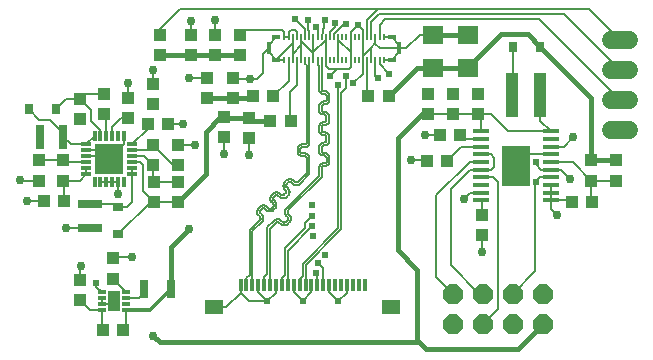
<source format=gbr>
G04 EAGLE Gerber RS-274X export*
G75*
%MOMM*%
%FSLAX34Y34*%
%LPD*%
%INTop Copper*%
%IPPOS*%
%AMOC8*
5,1,8,0,0,1.08239X$1,22.5*%
G01*
%ADD10R,0.900000X0.300000*%
%ADD11R,0.300000X0.900000*%
%ADD12R,2.450000X2.550000*%
%ADD13R,1.475000X0.450000*%
%ADD14R,2.400000X3.400000*%
%ADD15R,0.180000X0.467000*%
%ADD16R,0.300000X1.000000*%
%ADD17R,0.800000X0.350000*%
%ADD18R,1.650000X1.300000*%
%ADD19R,0.700000X0.300000*%
%ADD20R,1.000000X1.700000*%
%ADD21R,1.000000X1.100000*%
%ADD22R,1.100000X1.000000*%
%ADD23R,0.700000X1.500000*%
%ADD24R,0.800000X2.000000*%
%ADD25R,2.000000X0.800000*%
%ADD26R,0.980000X3.700000*%
%ADD27R,0.800000X0.900000*%
%ADD28R,0.900000X0.800000*%
%ADD29C,1.524000*%
%ADD30P,1.814519X8X22.500000*%
%ADD31R,1.800000X1.600000*%
%ADD32C,0.606400*%
%ADD33C,0.127000*%
%ADD34C,0.756400*%
%ADD35C,0.200000*%
%ADD36C,0.400000*%
%ADD37C,0.406400*%
%ADD38C,0.152400*%
%ADD39C,0.300000*%


D10*
X63300Y182000D03*
X63300Y177000D03*
X63300Y172000D03*
X63300Y167000D03*
X63300Y162000D03*
X63300Y157000D03*
D11*
X70300Y150000D03*
X75300Y150000D03*
X80300Y150000D03*
X85300Y150000D03*
X90300Y150000D03*
X95300Y150000D03*
D10*
X102300Y157000D03*
X102300Y162000D03*
X102300Y167000D03*
X102300Y172000D03*
X102300Y177000D03*
X102300Y182000D03*
D11*
X95300Y189000D03*
X90300Y189000D03*
X85300Y189000D03*
X80300Y189000D03*
X75300Y189000D03*
X70300Y189000D03*
D12*
X82800Y169500D03*
D13*
X397720Y193250D03*
X397720Y186750D03*
X397720Y180250D03*
X397720Y173750D03*
X397720Y167250D03*
X397720Y160750D03*
X397720Y154250D03*
X397720Y147750D03*
X397720Y141250D03*
X397720Y134750D03*
X456480Y134750D03*
X456480Y141250D03*
X456480Y147750D03*
X456480Y154250D03*
X456480Y160750D03*
X456480Y167250D03*
X456480Y173750D03*
X456480Y180250D03*
X456480Y186750D03*
X456480Y193250D03*
D14*
X427100Y164000D03*
D15*
X231100Y253260D03*
X231100Y273340D03*
X234600Y253260D03*
X234600Y273340D03*
X238100Y253260D03*
X238100Y273340D03*
X241600Y253260D03*
X241600Y273340D03*
X245100Y253260D03*
X245100Y273340D03*
X248600Y253260D03*
X248600Y273340D03*
X252100Y253260D03*
X252100Y273340D03*
X255600Y253260D03*
X255600Y273340D03*
X259100Y253260D03*
X259100Y273340D03*
X262600Y253260D03*
X262600Y273340D03*
X266100Y253260D03*
X266100Y273340D03*
X269600Y253260D03*
X269600Y273340D03*
X273100Y253260D03*
X273100Y273340D03*
X276600Y253260D03*
X276600Y273340D03*
X280100Y253260D03*
X280100Y273340D03*
X283600Y253260D03*
X283600Y273340D03*
X287100Y253260D03*
X287100Y273340D03*
X290600Y253260D03*
X290600Y273340D03*
X294100Y253260D03*
X294100Y273340D03*
X297600Y253260D03*
X297600Y273340D03*
X301100Y253260D03*
X301100Y273340D03*
X304600Y253260D03*
X304600Y273340D03*
X308100Y253260D03*
X308100Y273340D03*
X311600Y253260D03*
X311600Y273340D03*
X315100Y253260D03*
X315100Y273340D03*
D16*
X218000Y263300D03*
X328200Y263300D03*
D17*
X224100Y272650D03*
X322100Y272650D03*
X322100Y253950D03*
X224100Y253950D03*
D16*
X193900Y63300D03*
X198900Y63300D03*
X203900Y63300D03*
X208900Y63300D03*
X213900Y63300D03*
X218900Y63300D03*
X223900Y63300D03*
X228900Y63300D03*
X233900Y63300D03*
X238900Y63300D03*
X243900Y63300D03*
X248900Y63300D03*
X253900Y63300D03*
X258900Y63300D03*
X263900Y63300D03*
X268900Y63300D03*
X273900Y63300D03*
X278900Y63300D03*
X283900Y63300D03*
X288900Y63300D03*
X293900Y63300D03*
X298900Y63300D03*
D18*
X171150Y44300D03*
X321650Y44300D03*
D19*
X76300Y56900D03*
X76300Y51900D03*
X76300Y46900D03*
X76300Y41900D03*
X97300Y41900D03*
X97300Y46900D03*
X97300Y51900D03*
X97300Y56900D03*
D20*
X86800Y49400D03*
D21*
X86000Y68500D03*
X86000Y85500D03*
X77500Y25000D03*
X94500Y25000D03*
D22*
X58000Y67500D03*
X58000Y50500D03*
D21*
X151900Y257700D03*
X151900Y274700D03*
X172600Y257800D03*
X172600Y274800D03*
D22*
X193500Y258000D03*
X193500Y275000D03*
D23*
X112100Y59600D03*
X135100Y59600D03*
D24*
X24000Y188000D03*
X44000Y188000D03*
D22*
X44000Y168500D03*
X44000Y151500D03*
D21*
X23000Y168500D03*
X23000Y151500D03*
D22*
X44500Y134000D03*
X27500Y134000D03*
D21*
X204800Y222900D03*
X221800Y222900D03*
X165700Y221100D03*
X165700Y238100D03*
X187400Y221300D03*
X187400Y238300D03*
X58000Y220500D03*
X58000Y203500D03*
X98600Y204500D03*
X98600Y221500D03*
D22*
X78200Y224600D03*
X78200Y207600D03*
X120000Y216500D03*
X120000Y233500D03*
X132500Y199000D03*
X115500Y199000D03*
D21*
X141000Y181500D03*
X141000Y164500D03*
D25*
X66300Y131400D03*
X66300Y111400D03*
D21*
X219200Y201600D03*
X236200Y201600D03*
D22*
X120000Y181500D03*
X120000Y164500D03*
D21*
X120300Y150400D03*
X120300Y133400D03*
D22*
X141200Y150600D03*
X141200Y133600D03*
D21*
X201300Y204600D03*
X201300Y187600D03*
X179700Y205000D03*
X179700Y188000D03*
D26*
X447650Y223500D03*
X423950Y223500D03*
D27*
X14500Y212000D03*
X37500Y212000D03*
D28*
X90500Y105800D03*
X90500Y128800D03*
D27*
X424800Y264800D03*
X447800Y264800D03*
D21*
X474500Y133000D03*
X491500Y133000D03*
X491000Y151500D03*
X491000Y168500D03*
D22*
X512000Y168500D03*
X512000Y151500D03*
X379500Y190000D03*
X362500Y190000D03*
X398000Y122500D03*
X398000Y105500D03*
D21*
X368400Y168300D03*
X351400Y168300D03*
X353000Y207500D03*
X353000Y224500D03*
X374000Y207500D03*
X374000Y224500D03*
X395000Y207500D03*
X395000Y224500D03*
X319200Y222800D03*
X302200Y222800D03*
D29*
X507480Y194100D02*
X522720Y194100D01*
X522720Y219500D02*
X507480Y219500D01*
X507480Y244900D02*
X522720Y244900D01*
X522720Y270300D02*
X507480Y270300D01*
D30*
X373800Y30400D03*
X373800Y55800D03*
X399200Y30400D03*
X399200Y55800D03*
X424600Y30400D03*
X424600Y55800D03*
X450000Y30400D03*
X450000Y55800D03*
D31*
X386800Y246800D03*
X386800Y274800D03*
X357100Y246900D03*
X357100Y274900D03*
D22*
X125500Y274500D03*
X125500Y257500D03*
D32*
X255400Y104300D03*
X254200Y130600D03*
X265600Y88100D03*
X246500Y49300D03*
X269400Y239600D03*
X289400Y233700D03*
X171200Y44300D03*
X321600Y44300D03*
X276500Y49200D03*
X216500Y49100D03*
D33*
X193900Y56500D02*
X193900Y63300D01*
X201300Y49100D02*
X216500Y49100D01*
X201300Y49100D02*
X193900Y56500D01*
X181700Y44300D02*
X171150Y44300D01*
X181700Y44300D02*
X193900Y56500D01*
X223900Y56500D02*
X223900Y63300D01*
X223900Y56500D02*
X216500Y49100D01*
X208900Y56700D02*
X208900Y63300D01*
X208900Y56700D02*
X216500Y49100D01*
X253900Y56700D02*
X253900Y63300D01*
X253900Y56700D02*
X246500Y49300D01*
X238900Y56900D02*
X238900Y63300D01*
X238900Y56900D02*
X246500Y49300D01*
X268900Y56800D02*
X268900Y63300D01*
X268900Y56800D02*
X276500Y49200D01*
X283900Y56600D02*
X283900Y63300D01*
X283900Y56600D02*
X276500Y49200D01*
X315100Y273340D02*
X321410Y273340D01*
X322100Y272650D01*
X321410Y253260D02*
X315100Y253260D01*
X321410Y253260D02*
X322100Y253950D01*
X285600Y246160D02*
X281000Y246160D01*
X280000Y246160D01*
X276000Y246160D02*
X270000Y246160D01*
X276000Y246160D02*
X280000Y246160D01*
X270000Y246160D02*
X268400Y246160D01*
X266100Y248460D01*
X266100Y250000D02*
X266100Y253260D01*
X266100Y250000D02*
X266100Y248460D01*
X218500Y263800D02*
X218000Y263300D01*
X225100Y254950D02*
X224100Y253950D01*
X226790Y253260D02*
X231100Y253260D01*
X226790Y253260D02*
X225100Y254950D01*
D34*
X427100Y173900D03*
X427100Y153900D03*
D35*
X426600Y153400D01*
X427250Y173750D02*
X456480Y173750D01*
X427250Y173750D02*
X427100Y173900D01*
D34*
X350000Y190000D03*
X373900Y224500D03*
X352900Y224400D03*
X395000Y224700D03*
D35*
X362500Y190000D02*
X350000Y190000D01*
D34*
X338200Y168800D03*
D35*
X350900Y168800D02*
X351400Y168300D01*
X350900Y168800D02*
X338200Y168800D01*
D34*
X398000Y91200D03*
D35*
X398000Y105500D01*
X456480Y134750D02*
X472750Y134750D01*
X474500Y133000D01*
D34*
X101800Y86800D03*
X13300Y134000D03*
X7200Y151700D03*
X179600Y174300D03*
X201300Y173000D03*
X155400Y181500D03*
X145200Y199000D03*
X150200Y238100D03*
X151900Y286800D03*
X86700Y49400D03*
D35*
X84200Y46900D02*
X76300Y46900D01*
X84200Y46900D02*
X86700Y49400D01*
D34*
X58400Y79400D03*
D35*
X58000Y79000D02*
X58000Y67500D01*
X58000Y79000D02*
X58400Y79400D01*
X86000Y85500D02*
X87300Y86800D01*
X101800Y86800D01*
D34*
X172600Y287000D03*
X202300Y237300D03*
D35*
X151900Y274700D02*
X151900Y286800D01*
X172600Y287000D02*
X172600Y274800D01*
X188400Y237300D02*
X202300Y237300D01*
X188400Y237300D02*
X187400Y238300D01*
X165700Y238100D02*
X150200Y238100D01*
X179700Y188000D02*
X179700Y174400D01*
X179600Y174300D01*
X201300Y173000D02*
X201300Y187600D01*
D34*
X98600Y233900D03*
D35*
X98600Y221500D01*
D34*
X76000Y177000D03*
X90000Y177000D03*
X76000Y162000D03*
X90000Y162000D03*
D35*
X76000Y177000D02*
X63300Y177000D01*
X95300Y182300D02*
X95300Y189000D01*
X95300Y182300D02*
X90000Y177000D01*
X71500Y172000D02*
X63300Y172000D01*
X76000Y167500D02*
X76000Y162000D01*
X76000Y167500D02*
X71500Y172000D01*
D34*
X119500Y245300D03*
D35*
X119500Y234000D02*
X120000Y233500D01*
X119500Y234000D02*
X119500Y245300D01*
X23000Y151500D02*
X7400Y151500D01*
X7200Y151700D01*
X13300Y134000D02*
X27500Y134000D01*
D34*
X46200Y111200D03*
D35*
X66100Y111200D01*
X66300Y111400D01*
X132500Y199000D02*
X145200Y199000D01*
X141000Y181500D02*
X155400Y181500D01*
X456480Y147750D02*
X456480Y141250D01*
X456480Y134750D01*
D34*
X461500Y122700D03*
D35*
X456480Y127720D02*
X456480Y134750D01*
X456480Y127720D02*
X461500Y122700D01*
X397720Y141250D02*
X388350Y141250D01*
X383300Y136200D01*
D34*
X383300Y136200D03*
D35*
X76300Y51900D02*
X76300Y46900D01*
D36*
X427100Y164000D02*
X427100Y173900D01*
X321650Y44300D02*
X321600Y44300D01*
X82800Y169500D02*
X76000Y162700D01*
X76000Y162000D01*
X86700Y49400D02*
X86800Y49400D01*
D37*
X357100Y274900D02*
X386700Y274900D01*
X386800Y274800D01*
D35*
X345900Y274900D02*
X334300Y263300D01*
X328200Y263300D01*
X345900Y274900D02*
X357100Y274900D01*
X353000Y224500D02*
X352900Y224400D01*
X373900Y224500D02*
X374000Y224500D01*
X395000Y224500D02*
X395000Y224700D01*
D38*
X328200Y266550D02*
X322100Y272650D01*
X328200Y266550D02*
X328200Y263300D01*
X328200Y260050D02*
X322100Y253950D01*
X328200Y260050D02*
X328200Y263300D01*
D34*
X357000Y275000D03*
D38*
X224100Y272650D02*
X218000Y266550D01*
X218000Y263300D01*
X218000Y260050D02*
X224100Y253950D01*
X218000Y260050D02*
X218000Y263300D01*
X213000Y258300D01*
X213000Y242300D01*
X208000Y237300D01*
X202300Y237300D01*
D34*
X387000Y275000D03*
D33*
X238100Y273340D02*
X238100Y253260D01*
X245100Y253260D02*
X245100Y266000D01*
X245100Y270000D01*
X245100Y273340D01*
X255600Y257500D02*
X255600Y253260D01*
X255600Y257500D02*
X255600Y260000D01*
X255600Y273340D01*
X266100Y273340D02*
X266100Y272000D01*
X266100Y253260D01*
X276600Y270000D02*
X276600Y273340D01*
X276600Y270000D02*
X276600Y253260D01*
X287100Y260000D02*
X287100Y273340D01*
X287100Y260000D02*
X287100Y253260D01*
X297600Y253260D02*
X297600Y273340D01*
X308100Y273340D02*
X308100Y270000D01*
X308100Y267500D01*
X308100Y267600D02*
X308100Y270000D01*
X304600Y264100D02*
X304600Y260000D01*
X304600Y253260D01*
X304600Y264100D02*
X308100Y267600D01*
X297600Y253260D02*
X297600Y241900D01*
X289400Y233700D01*
X297600Y253260D02*
X297600Y257100D01*
X304600Y264100D01*
X287100Y253260D02*
X287100Y250000D01*
X287100Y247760D01*
X238100Y253260D02*
X238100Y259000D01*
X245100Y266000D01*
X255600Y260000D02*
X266100Y270500D01*
X266100Y272000D01*
X255600Y259500D02*
X245100Y270000D01*
X255600Y259500D02*
X255600Y257500D01*
X238100Y267950D02*
X238100Y273340D01*
X238100Y267950D02*
X224100Y253950D01*
D32*
X293000Y283500D03*
D33*
X287100Y277600D02*
X287100Y273340D01*
X287100Y277600D02*
X293000Y283500D01*
X297600Y278900D02*
X297600Y273340D01*
X297600Y278900D02*
X293000Y283500D01*
X277100Y270000D02*
X276600Y270000D01*
X277100Y270000D02*
X287100Y260000D01*
X308100Y267500D02*
X312300Y263300D01*
X328200Y263300D01*
X287100Y250000D02*
X287100Y247660D01*
X285600Y246160D01*
X275960Y246160D02*
X269400Y239600D01*
X275960Y246160D02*
X276000Y246160D01*
D35*
X353000Y207500D02*
X374000Y207500D01*
X395000Y207500D01*
X397720Y204780D02*
X397720Y193250D01*
X397720Y204780D02*
X395000Y207500D01*
X447650Y202080D02*
X456480Y193250D01*
X447650Y202080D02*
X447650Y223500D01*
X405900Y207500D02*
X395000Y207500D01*
X420150Y193250D02*
X456480Y193250D01*
X420150Y193250D02*
X405900Y207500D01*
X97300Y56900D02*
X86000Y68200D01*
X63300Y157000D02*
X63300Y162000D01*
X57800Y151500D02*
X44000Y151500D01*
X57800Y151500D02*
X63300Y157000D01*
X44500Y151000D02*
X44500Y134000D01*
X44500Y151000D02*
X44000Y151500D01*
D34*
X44500Y134000D03*
X24000Y188000D03*
D36*
X347500Y207500D02*
X353000Y207500D01*
X343700Y76100D02*
X343700Y15600D01*
X344650Y14650D01*
X350500Y8800D01*
X428400Y8800D02*
X450000Y30400D01*
X327100Y187100D02*
X347500Y207500D01*
X327100Y187100D02*
X327100Y92700D01*
X343700Y76100D01*
X350500Y8800D02*
X428400Y8800D01*
X344650Y14650D02*
X125350Y14650D01*
X120000Y20000D01*
D34*
X120000Y20000D03*
X86000Y68500D03*
D35*
X86000Y68200D01*
X97300Y51900D02*
X107600Y51900D01*
X112100Y56400D02*
X112100Y59600D01*
X112100Y56400D02*
X107600Y51900D01*
D39*
X117400Y41900D02*
X97300Y41900D01*
X117400Y41900D02*
X135100Y59600D01*
D35*
X97300Y27800D02*
X94500Y25000D01*
X97300Y27800D02*
X97300Y41900D01*
X151900Y257700D02*
X152000Y257800D01*
D36*
X172600Y257800D01*
D35*
X172800Y258000D01*
D36*
X193500Y258000D01*
X135100Y95100D02*
X135100Y59600D01*
D34*
X150600Y110600D03*
X151900Y257700D03*
D36*
X150600Y110600D02*
X135100Y95100D01*
X125500Y257500D02*
X125800Y257800D01*
X152000Y257800D01*
D35*
X76300Y26200D02*
X77500Y25000D01*
X76300Y26200D02*
X76300Y41900D01*
X66600Y41900D02*
X58000Y50500D01*
X66600Y41900D02*
X76300Y41900D01*
D33*
X75300Y150000D02*
X80300Y150000D01*
X85300Y150000D01*
X90300Y150000D01*
D35*
X90000Y149700D01*
X90000Y140000D01*
D34*
X90000Y140000D03*
D35*
X45500Y167000D02*
X44000Y168500D01*
X45500Y167000D02*
X63300Y167000D01*
X44000Y168500D02*
X23000Y168500D01*
X63300Y182000D02*
X70300Y189000D01*
X50000Y182000D02*
X44000Y188000D01*
X50000Y182000D02*
X63300Y182000D01*
X23600Y202900D02*
X14500Y212000D01*
X23600Y202900D02*
X32600Y202900D01*
X44000Y191500D01*
X44000Y188000D01*
X66300Y131400D02*
X87900Y131400D01*
X90500Y128800D01*
X102300Y157000D02*
X102300Y162000D01*
X102300Y157000D02*
X102300Y133500D01*
X97600Y128800D02*
X90500Y128800D01*
X97600Y128800D02*
X102300Y133500D01*
D36*
X165700Y221100D02*
X187200Y221100D01*
D35*
X187400Y221300D01*
D36*
X203200Y221300D01*
X204800Y222900D01*
D35*
X58000Y220500D02*
X46000Y220500D01*
X37500Y212000D01*
X62100Y224600D02*
X78200Y224600D01*
X62100Y224600D02*
X58000Y220500D01*
X67600Y210900D01*
X75300Y194200D02*
X75300Y189000D01*
X67600Y201900D02*
X67600Y210900D01*
X67600Y201900D02*
X75300Y194200D01*
D34*
X78200Y224600D03*
X165700Y221100D03*
D35*
X98600Y204500D02*
X93100Y204500D01*
X85300Y196700D02*
X85300Y189000D01*
X85300Y196700D02*
X93100Y204500D01*
X80300Y205500D02*
X78200Y207600D01*
X80300Y205500D02*
X80300Y189000D01*
D34*
X58000Y203500D03*
X78200Y207600D03*
X120000Y216500D03*
D35*
X116000Y177500D02*
X102800Y177500D01*
X102300Y177000D01*
X116000Y177500D02*
X120000Y181500D01*
X137000Y164500D01*
X141000Y164500D01*
X115500Y195200D02*
X102300Y182000D01*
X115500Y195200D02*
X115500Y199000D01*
X179700Y205000D02*
X180100Y204600D01*
D36*
X201300Y204600D01*
D35*
X204300Y201600D01*
D36*
X219200Y201600D01*
D35*
X108900Y167000D02*
X102300Y167000D01*
X108900Y167000D02*
X111400Y164500D01*
D34*
X179700Y205000D03*
X120300Y133400D03*
D35*
X141200Y133600D01*
X120300Y133400D02*
X111400Y142300D01*
X111400Y164500D01*
X118100Y133400D02*
X90500Y105800D01*
X118100Y133400D02*
X120300Y133400D01*
D36*
X141200Y133600D02*
X164300Y156700D01*
X164300Y192900D01*
X176400Y205000D01*
X179700Y205000D01*
D33*
X241600Y232460D02*
X241600Y253260D01*
X241600Y232460D02*
X236000Y226860D01*
X236000Y201800D01*
X236200Y201600D01*
D35*
X141200Y150600D02*
X120300Y150400D01*
X112500Y172000D02*
X102300Y172000D01*
X112500Y172000D02*
X120000Y164500D01*
X120000Y150700D02*
X120300Y150400D01*
X120000Y150700D02*
X120000Y164500D01*
D36*
X491000Y168500D02*
X512000Y168500D01*
X491000Y168500D02*
X491000Y221600D01*
X447800Y264800D01*
X437400Y275200D01*
X414600Y275200D01*
D37*
X386800Y247400D01*
X386800Y246800D01*
X357200Y246800D02*
X357100Y246900D01*
X357200Y246800D02*
X386800Y246800D01*
X343300Y246900D02*
X319200Y222800D01*
X343300Y246900D02*
X357100Y246900D01*
D35*
X456480Y160750D02*
X465250Y160750D01*
X473000Y153000D01*
D34*
X473000Y153000D03*
D33*
X308100Y239900D02*
X308100Y253260D01*
X308100Y239900D02*
X310100Y237900D01*
D32*
X310100Y237900D03*
X443800Y167178D03*
D35*
X443800Y165078D02*
X448128Y160750D01*
X443800Y165078D02*
X443800Y167178D01*
X448128Y160750D02*
X456480Y160750D01*
X456480Y154250D02*
X447550Y154250D01*
X443600Y150300D01*
D33*
X311600Y250300D02*
X311600Y253260D01*
X311600Y250300D02*
X319900Y242000D01*
D32*
X319900Y242000D03*
X443656Y150300D03*
D33*
X447606Y154250D01*
X456480Y154250D01*
D35*
X443600Y74800D02*
X424600Y55800D01*
X443600Y74800D02*
X443600Y150300D01*
X491000Y151500D02*
X512000Y151500D01*
X475250Y167250D02*
X456480Y167250D01*
X475250Y167250D02*
X491000Y151500D01*
X491000Y133500D02*
X491500Y133000D01*
X491000Y133500D02*
X491000Y151500D01*
X405550Y173750D02*
X397720Y173750D01*
X405550Y173750D02*
X408600Y170700D01*
X408600Y163200D01*
X406150Y160750D01*
X397720Y160750D01*
X387950Y160750D01*
X371900Y144700D02*
X371900Y80000D01*
X371900Y144700D02*
X387950Y160750D01*
X371900Y80000D02*
X396100Y55800D01*
X399200Y55800D01*
X397720Y167250D02*
X388050Y167250D01*
X359800Y139000D01*
X359800Y69800D02*
X373800Y55800D01*
X359800Y69800D02*
X359800Y139000D01*
X397720Y154250D02*
X407750Y154250D01*
X411771Y150229D01*
X411771Y42971D02*
X399200Y30400D01*
X411771Y42971D02*
X411771Y150229D01*
X397720Y186750D02*
X382750Y186750D01*
X379500Y190000D01*
X397720Y134750D02*
X398000Y134470D01*
X398000Y122500D01*
X397720Y180250D02*
X380350Y180250D01*
X368400Y168300D01*
D33*
X301100Y223900D02*
X301100Y253260D01*
X301100Y223900D02*
X302200Y222800D01*
X248600Y250400D02*
X248600Y253260D01*
X248600Y250400D02*
X249814Y249186D01*
X198900Y68600D02*
X198900Y63300D01*
X249814Y184023D02*
X249814Y249186D01*
X249814Y184023D02*
X249812Y183938D01*
X249806Y183852D01*
X249797Y183767D01*
X249783Y183683D01*
X249766Y183599D01*
X249745Y183516D01*
X249721Y183434D01*
X249693Y183354D01*
X249661Y183274D01*
X249625Y183196D01*
X249587Y183120D01*
X249544Y183046D01*
X249499Y182974D01*
X249450Y182903D01*
X249398Y182835D01*
X249344Y182770D01*
X249286Y182707D01*
X249225Y182646D01*
X249162Y182588D01*
X249097Y182534D01*
X249029Y182482D01*
X248958Y182433D01*
X248886Y182388D01*
X248812Y182345D01*
X248736Y182307D01*
X248658Y182271D01*
X248578Y182239D01*
X248498Y182211D01*
X248416Y182187D01*
X248333Y182166D01*
X248249Y182149D01*
X248165Y182135D01*
X248080Y182126D01*
X247994Y182120D01*
X247909Y182118D01*
X246389Y182118D01*
X246262Y182116D01*
X246136Y182110D01*
X246010Y182101D01*
X245884Y182087D01*
X245758Y182070D01*
X245634Y182049D01*
X245509Y182025D01*
X245386Y181996D01*
X245264Y181964D01*
X245142Y181928D01*
X245022Y181889D01*
X244903Y181846D01*
X244785Y181799D01*
X244669Y181749D01*
X244554Y181695D01*
X244441Y181638D01*
X244330Y181577D01*
X244221Y181514D01*
X244114Y181446D01*
X244008Y181376D01*
X243905Y181303D01*
X243804Y181226D01*
X243706Y181147D01*
X243610Y181064D01*
X243516Y180979D01*
X243426Y180890D01*
X243337Y180800D01*
X243252Y180706D01*
X243169Y180610D01*
X243090Y180512D01*
X243013Y180411D01*
X242940Y180308D01*
X242870Y180202D01*
X242802Y180095D01*
X242739Y179986D01*
X242678Y179875D01*
X242621Y179762D01*
X242567Y179647D01*
X242517Y179531D01*
X242470Y179413D01*
X242427Y179294D01*
X242388Y179174D01*
X242352Y179052D01*
X242320Y178930D01*
X242291Y178807D01*
X242267Y178682D01*
X242246Y178558D01*
X242229Y178432D01*
X242215Y178306D01*
X242206Y178180D01*
X242200Y178054D01*
X242198Y177927D01*
X242198Y176596D01*
X242200Y176469D01*
X242206Y176343D01*
X242215Y176217D01*
X242229Y176091D01*
X242246Y175965D01*
X242267Y175841D01*
X242291Y175716D01*
X242320Y175593D01*
X242352Y175471D01*
X242388Y175349D01*
X242427Y175229D01*
X242470Y175110D01*
X242517Y174992D01*
X242567Y174876D01*
X242621Y174761D01*
X242678Y174648D01*
X242739Y174537D01*
X242802Y174428D01*
X242870Y174321D01*
X242940Y174215D01*
X243013Y174112D01*
X243090Y174011D01*
X243169Y173913D01*
X243252Y173817D01*
X243337Y173723D01*
X243426Y173633D01*
X243516Y173544D01*
X243610Y173459D01*
X243706Y173376D01*
X243804Y173297D01*
X243905Y173220D01*
X244008Y173147D01*
X244114Y173077D01*
X244221Y173009D01*
X244330Y172946D01*
X244441Y172885D01*
X244554Y172828D01*
X244669Y172774D01*
X244785Y172724D01*
X244903Y172677D01*
X245022Y172634D01*
X245142Y172595D01*
X245264Y172559D01*
X245386Y172527D01*
X245509Y172498D01*
X245634Y172474D01*
X245758Y172453D01*
X245884Y172436D01*
X246010Y172422D01*
X246136Y172413D01*
X246262Y172407D01*
X246389Y172405D01*
X247909Y172405D01*
X247994Y172403D01*
X248080Y172397D01*
X248165Y172388D01*
X248249Y172374D01*
X248333Y172357D01*
X248416Y172336D01*
X248498Y172312D01*
X248578Y172284D01*
X248658Y172252D01*
X248736Y172216D01*
X248812Y172178D01*
X248886Y172135D01*
X248958Y172090D01*
X249029Y172041D01*
X249097Y171989D01*
X249162Y171935D01*
X249225Y171877D01*
X249286Y171816D01*
X249344Y171753D01*
X249398Y171688D01*
X249450Y171620D01*
X249499Y171549D01*
X249544Y171477D01*
X249587Y171403D01*
X249625Y171327D01*
X249661Y171249D01*
X249693Y171169D01*
X249721Y171089D01*
X249745Y171007D01*
X249766Y170924D01*
X249783Y170840D01*
X249797Y170756D01*
X249806Y170671D01*
X249812Y170585D01*
X249814Y170500D01*
X249814Y157847D01*
X242403Y150436D01*
X242341Y150377D01*
X242277Y150321D01*
X242210Y150267D01*
X242141Y150217D01*
X242070Y150170D01*
X241996Y150126D01*
X241921Y150086D01*
X241844Y150049D01*
X241765Y150015D01*
X241685Y149985D01*
X241604Y149958D01*
X241521Y149936D01*
X241438Y149917D01*
X241354Y149901D01*
X241269Y149890D01*
X241184Y149882D01*
X241099Y149878D01*
X241013Y149878D01*
X240928Y149882D01*
X240843Y149890D01*
X240758Y149901D01*
X240674Y149917D01*
X240591Y149936D01*
X240508Y149958D01*
X240427Y149985D01*
X240347Y150015D01*
X240268Y150049D01*
X240191Y150086D01*
X240116Y150126D01*
X240042Y150170D01*
X239971Y150217D01*
X239902Y150267D01*
X239835Y150321D01*
X239771Y150377D01*
X239709Y150436D01*
X238625Y151520D01*
X238535Y151609D01*
X238441Y151694D01*
X238345Y151777D01*
X238247Y151856D01*
X238146Y151933D01*
X238043Y152006D01*
X237937Y152076D01*
X237830Y152144D01*
X237721Y152207D01*
X237610Y152268D01*
X237497Y152325D01*
X237382Y152379D01*
X237266Y152429D01*
X237148Y152476D01*
X237029Y152519D01*
X236909Y152558D01*
X236787Y152594D01*
X236665Y152626D01*
X236542Y152655D01*
X236417Y152679D01*
X236293Y152700D01*
X236167Y152717D01*
X236041Y152731D01*
X235915Y152740D01*
X235789Y152746D01*
X235662Y152748D01*
X235535Y152746D01*
X235409Y152740D01*
X235283Y152731D01*
X235157Y152717D01*
X235031Y152700D01*
X234907Y152679D01*
X234782Y152655D01*
X234659Y152626D01*
X234537Y152594D01*
X234415Y152558D01*
X234295Y152519D01*
X234176Y152476D01*
X234058Y152429D01*
X233942Y152379D01*
X233827Y152325D01*
X233714Y152268D01*
X233603Y152207D01*
X233494Y152144D01*
X233387Y152076D01*
X233281Y152006D01*
X233178Y151933D01*
X233077Y151856D01*
X232979Y151777D01*
X232883Y151694D01*
X232789Y151609D01*
X232699Y151520D01*
X232698Y151520D02*
X231447Y150269D01*
X231448Y150268D02*
X231359Y150178D01*
X231274Y150084D01*
X231191Y149988D01*
X231112Y149890D01*
X231035Y149789D01*
X230962Y149686D01*
X230892Y149580D01*
X230824Y149473D01*
X230761Y149364D01*
X230700Y149253D01*
X230643Y149140D01*
X230589Y149025D01*
X230539Y148909D01*
X230492Y148791D01*
X230449Y148672D01*
X230410Y148552D01*
X230374Y148430D01*
X230342Y148308D01*
X230313Y148185D01*
X230289Y148060D01*
X230268Y147936D01*
X230251Y147810D01*
X230237Y147684D01*
X230228Y147558D01*
X230222Y147432D01*
X230220Y147305D01*
X230222Y147178D01*
X230228Y147052D01*
X230237Y146926D01*
X230251Y146800D01*
X230268Y146674D01*
X230289Y146550D01*
X230313Y146425D01*
X230342Y146302D01*
X230374Y146180D01*
X230410Y146058D01*
X230449Y145938D01*
X230492Y145819D01*
X230539Y145701D01*
X230589Y145585D01*
X230643Y145470D01*
X230700Y145357D01*
X230761Y145246D01*
X230824Y145137D01*
X230892Y145030D01*
X230962Y144924D01*
X231035Y144821D01*
X231112Y144720D01*
X231191Y144622D01*
X231274Y144526D01*
X231359Y144432D01*
X231448Y144342D01*
X231447Y144342D02*
X231956Y143833D01*
X232015Y143771D01*
X232071Y143707D01*
X232125Y143640D01*
X232175Y143571D01*
X232222Y143500D01*
X232266Y143426D01*
X232306Y143351D01*
X232343Y143274D01*
X232377Y143195D01*
X232407Y143115D01*
X232434Y143034D01*
X232456Y142951D01*
X232475Y142868D01*
X232491Y142784D01*
X232502Y142699D01*
X232510Y142614D01*
X232514Y142529D01*
X232514Y142443D01*
X232510Y142358D01*
X232502Y142273D01*
X232491Y142188D01*
X232475Y142104D01*
X232456Y142021D01*
X232434Y141938D01*
X232407Y141857D01*
X232377Y141777D01*
X232343Y141698D01*
X232306Y141621D01*
X232266Y141546D01*
X232222Y141472D01*
X232175Y141401D01*
X232125Y141332D01*
X232071Y141265D01*
X232015Y141201D01*
X231956Y141139D01*
X230704Y139888D01*
X230642Y139829D01*
X230578Y139773D01*
X230511Y139719D01*
X230442Y139669D01*
X230371Y139622D01*
X230297Y139578D01*
X230222Y139538D01*
X230145Y139501D01*
X230066Y139467D01*
X229986Y139437D01*
X229905Y139410D01*
X229822Y139388D01*
X229739Y139369D01*
X229655Y139353D01*
X229570Y139342D01*
X229485Y139334D01*
X229400Y139330D01*
X229314Y139330D01*
X229229Y139334D01*
X229144Y139342D01*
X229059Y139353D01*
X228975Y139369D01*
X228892Y139388D01*
X228809Y139410D01*
X228728Y139437D01*
X228648Y139467D01*
X228569Y139501D01*
X228492Y139538D01*
X228417Y139578D01*
X228343Y139622D01*
X228272Y139669D01*
X228203Y139719D01*
X228136Y139773D01*
X228072Y139829D01*
X228010Y139888D01*
X227502Y140396D01*
X227501Y140396D02*
X227411Y140485D01*
X227317Y140570D01*
X227221Y140653D01*
X227123Y140732D01*
X227022Y140809D01*
X226919Y140882D01*
X226813Y140952D01*
X226706Y141020D01*
X226597Y141083D01*
X226486Y141144D01*
X226373Y141201D01*
X226258Y141255D01*
X226142Y141305D01*
X226024Y141352D01*
X225905Y141395D01*
X225785Y141434D01*
X225663Y141470D01*
X225541Y141502D01*
X225418Y141531D01*
X225293Y141555D01*
X225169Y141576D01*
X225043Y141593D01*
X224917Y141607D01*
X224791Y141616D01*
X224665Y141622D01*
X224538Y141624D01*
X224411Y141622D01*
X224285Y141616D01*
X224159Y141607D01*
X224033Y141593D01*
X223907Y141576D01*
X223783Y141555D01*
X223658Y141531D01*
X223535Y141502D01*
X223413Y141470D01*
X223291Y141434D01*
X223171Y141395D01*
X223052Y141352D01*
X222934Y141305D01*
X222818Y141255D01*
X222703Y141201D01*
X222590Y141144D01*
X222479Y141083D01*
X222370Y141020D01*
X222263Y140952D01*
X222157Y140882D01*
X222054Y140809D01*
X221953Y140732D01*
X221855Y140653D01*
X221759Y140570D01*
X221665Y140485D01*
X221575Y140396D01*
X220323Y139145D01*
X220324Y139145D02*
X220235Y139055D01*
X220150Y138961D01*
X220067Y138865D01*
X219988Y138767D01*
X219911Y138666D01*
X219838Y138563D01*
X219768Y138457D01*
X219700Y138350D01*
X219637Y138241D01*
X219576Y138130D01*
X219519Y138017D01*
X219465Y137902D01*
X219415Y137786D01*
X219368Y137668D01*
X219325Y137549D01*
X219286Y137429D01*
X219250Y137307D01*
X219218Y137185D01*
X219189Y137062D01*
X219165Y136937D01*
X219144Y136813D01*
X219127Y136687D01*
X219113Y136561D01*
X219104Y136435D01*
X219098Y136309D01*
X219096Y136182D01*
X219098Y136055D01*
X219104Y135929D01*
X219113Y135803D01*
X219127Y135677D01*
X219144Y135551D01*
X219165Y135427D01*
X219189Y135302D01*
X219218Y135179D01*
X219250Y135057D01*
X219286Y134935D01*
X219325Y134815D01*
X219368Y134696D01*
X219415Y134578D01*
X219465Y134462D01*
X219519Y134347D01*
X219576Y134234D01*
X219637Y134123D01*
X219700Y134014D01*
X219768Y133907D01*
X219838Y133801D01*
X219911Y133698D01*
X219988Y133597D01*
X220067Y133499D01*
X220150Y133403D01*
X220235Y133309D01*
X220324Y133219D01*
X220323Y133218D02*
X221407Y132134D01*
X221466Y132072D01*
X221522Y132008D01*
X221576Y131941D01*
X221626Y131872D01*
X221673Y131801D01*
X221717Y131727D01*
X221757Y131652D01*
X221794Y131575D01*
X221828Y131496D01*
X221858Y131416D01*
X221885Y131335D01*
X221907Y131252D01*
X221926Y131169D01*
X221942Y131085D01*
X221953Y131000D01*
X221961Y130915D01*
X221965Y130830D01*
X221965Y130744D01*
X221961Y130659D01*
X221953Y130574D01*
X221942Y130489D01*
X221926Y130405D01*
X221907Y130322D01*
X221885Y130239D01*
X221858Y130158D01*
X221828Y130078D01*
X221794Y129999D01*
X221757Y129922D01*
X221717Y129847D01*
X221673Y129773D01*
X221626Y129702D01*
X221576Y129633D01*
X221522Y129566D01*
X221466Y129502D01*
X221407Y129440D01*
X220156Y128189D01*
X220094Y128130D01*
X220030Y128074D01*
X219963Y128020D01*
X219894Y127970D01*
X219823Y127923D01*
X219749Y127879D01*
X219674Y127839D01*
X219597Y127802D01*
X219518Y127768D01*
X219438Y127738D01*
X219357Y127711D01*
X219274Y127689D01*
X219191Y127670D01*
X219107Y127654D01*
X219022Y127643D01*
X218937Y127635D01*
X218852Y127631D01*
X218766Y127631D01*
X218681Y127635D01*
X218596Y127643D01*
X218511Y127654D01*
X218427Y127670D01*
X218344Y127689D01*
X218261Y127711D01*
X218180Y127738D01*
X218100Y127768D01*
X218021Y127802D01*
X217944Y127839D01*
X217869Y127879D01*
X217795Y127923D01*
X217724Y127970D01*
X217655Y128020D01*
X217588Y128074D01*
X217524Y128130D01*
X217462Y128189D01*
X216378Y129273D01*
X216377Y129272D02*
X216287Y129361D01*
X216193Y129446D01*
X216097Y129529D01*
X215999Y129608D01*
X215898Y129685D01*
X215795Y129758D01*
X215689Y129828D01*
X215582Y129896D01*
X215473Y129959D01*
X215362Y130020D01*
X215249Y130077D01*
X215134Y130131D01*
X215018Y130181D01*
X214900Y130228D01*
X214781Y130271D01*
X214661Y130310D01*
X214539Y130346D01*
X214417Y130378D01*
X214294Y130407D01*
X214169Y130431D01*
X214045Y130452D01*
X213919Y130469D01*
X213793Y130483D01*
X213667Y130492D01*
X213541Y130498D01*
X213414Y130500D01*
X213287Y130498D01*
X213161Y130492D01*
X213035Y130483D01*
X212909Y130469D01*
X212783Y130452D01*
X212659Y130431D01*
X212534Y130407D01*
X212411Y130378D01*
X212289Y130346D01*
X212167Y130310D01*
X212047Y130271D01*
X211928Y130228D01*
X211810Y130181D01*
X211694Y130131D01*
X211579Y130077D01*
X211466Y130020D01*
X211355Y129959D01*
X211246Y129896D01*
X211139Y129828D01*
X211033Y129758D01*
X210930Y129685D01*
X210829Y129608D01*
X210731Y129529D01*
X210635Y129446D01*
X210541Y129361D01*
X210451Y129272D01*
X210451Y129273D02*
X209200Y128022D01*
X209200Y128021D02*
X209111Y127931D01*
X209026Y127837D01*
X208943Y127741D01*
X208864Y127643D01*
X208787Y127542D01*
X208714Y127439D01*
X208644Y127333D01*
X208576Y127226D01*
X208513Y127117D01*
X208452Y127006D01*
X208395Y126893D01*
X208341Y126778D01*
X208291Y126662D01*
X208244Y126544D01*
X208201Y126425D01*
X208162Y126305D01*
X208126Y126183D01*
X208094Y126061D01*
X208065Y125938D01*
X208041Y125813D01*
X208020Y125689D01*
X208003Y125563D01*
X207989Y125437D01*
X207980Y125311D01*
X207974Y125185D01*
X207972Y125058D01*
X207974Y124931D01*
X207980Y124805D01*
X207989Y124679D01*
X208003Y124553D01*
X208020Y124427D01*
X208041Y124303D01*
X208065Y124178D01*
X208094Y124055D01*
X208126Y123933D01*
X208162Y123811D01*
X208201Y123691D01*
X208244Y123572D01*
X208291Y123454D01*
X208341Y123338D01*
X208395Y123223D01*
X208452Y123110D01*
X208513Y122999D01*
X208576Y122890D01*
X208644Y122783D01*
X208714Y122677D01*
X208787Y122574D01*
X208864Y122473D01*
X208943Y122375D01*
X209026Y122279D01*
X209111Y122185D01*
X209200Y122095D01*
X209200Y122094D02*
X210284Y121011D01*
X210283Y121011D02*
X210342Y120949D01*
X210398Y120885D01*
X210452Y120818D01*
X210502Y120749D01*
X210549Y120678D01*
X210593Y120604D01*
X210633Y120529D01*
X210670Y120452D01*
X210704Y120373D01*
X210734Y120293D01*
X210761Y120212D01*
X210783Y120129D01*
X210802Y120046D01*
X210818Y119962D01*
X210829Y119877D01*
X210837Y119792D01*
X210841Y119707D01*
X210841Y119621D01*
X210837Y119536D01*
X210829Y119451D01*
X210818Y119366D01*
X210802Y119282D01*
X210783Y119199D01*
X210761Y119116D01*
X210734Y119035D01*
X210704Y118955D01*
X210670Y118876D01*
X210633Y118799D01*
X210593Y118724D01*
X210549Y118650D01*
X210502Y118579D01*
X210452Y118510D01*
X210398Y118443D01*
X210342Y118379D01*
X210283Y118317D01*
X210284Y118316D02*
X201614Y109647D01*
X201614Y71314D01*
X198900Y68600D01*
X252100Y184023D02*
X252100Y253260D01*
X252100Y184023D02*
X252098Y183896D01*
X252092Y183770D01*
X252083Y183644D01*
X252069Y183518D01*
X252052Y183392D01*
X252031Y183268D01*
X252007Y183143D01*
X251978Y183020D01*
X251946Y182898D01*
X251910Y182776D01*
X251871Y182656D01*
X251828Y182537D01*
X251781Y182419D01*
X251731Y182303D01*
X251677Y182188D01*
X251620Y182075D01*
X251559Y181964D01*
X251496Y181855D01*
X251428Y181748D01*
X251358Y181642D01*
X251285Y181539D01*
X251208Y181438D01*
X251129Y181340D01*
X251046Y181244D01*
X250961Y181150D01*
X250872Y181060D01*
X250782Y180971D01*
X250688Y180886D01*
X250592Y180803D01*
X250494Y180724D01*
X250393Y180647D01*
X250290Y180574D01*
X250184Y180504D01*
X250077Y180436D01*
X249968Y180373D01*
X249857Y180312D01*
X249744Y180255D01*
X249629Y180201D01*
X249513Y180151D01*
X249395Y180104D01*
X249276Y180061D01*
X249156Y180022D01*
X249034Y179986D01*
X248912Y179954D01*
X248789Y179925D01*
X248664Y179901D01*
X248540Y179880D01*
X248414Y179863D01*
X248288Y179849D01*
X248162Y179840D01*
X248036Y179834D01*
X247909Y179832D01*
X246389Y179832D01*
X246304Y179830D01*
X246218Y179824D01*
X246133Y179815D01*
X246049Y179801D01*
X245965Y179784D01*
X245882Y179763D01*
X245800Y179739D01*
X245720Y179711D01*
X245640Y179679D01*
X245562Y179643D01*
X245486Y179605D01*
X245412Y179562D01*
X245340Y179517D01*
X245269Y179468D01*
X245201Y179416D01*
X245136Y179362D01*
X245073Y179304D01*
X245012Y179243D01*
X244954Y179180D01*
X244900Y179115D01*
X244848Y179047D01*
X244799Y178976D01*
X244754Y178904D01*
X244711Y178830D01*
X244673Y178754D01*
X244637Y178676D01*
X244605Y178596D01*
X244577Y178516D01*
X244553Y178434D01*
X244532Y178351D01*
X244515Y178267D01*
X244501Y178183D01*
X244492Y178098D01*
X244486Y178012D01*
X244484Y177927D01*
X244484Y176596D01*
X244486Y176511D01*
X244492Y176425D01*
X244501Y176340D01*
X244515Y176256D01*
X244532Y176172D01*
X244553Y176089D01*
X244577Y176007D01*
X244605Y175927D01*
X244637Y175847D01*
X244673Y175769D01*
X244711Y175693D01*
X244754Y175619D01*
X244799Y175547D01*
X244848Y175476D01*
X244900Y175408D01*
X244954Y175343D01*
X245012Y175280D01*
X245073Y175219D01*
X245136Y175161D01*
X245201Y175107D01*
X245269Y175055D01*
X245340Y175006D01*
X245412Y174961D01*
X245486Y174918D01*
X245562Y174880D01*
X245640Y174844D01*
X245720Y174812D01*
X245800Y174784D01*
X245882Y174760D01*
X245965Y174739D01*
X246049Y174722D01*
X246133Y174708D01*
X246218Y174699D01*
X246304Y174693D01*
X246389Y174691D01*
X247909Y174691D01*
X248036Y174689D01*
X248162Y174683D01*
X248288Y174674D01*
X248414Y174660D01*
X248540Y174643D01*
X248664Y174622D01*
X248789Y174598D01*
X248912Y174569D01*
X249034Y174537D01*
X249156Y174501D01*
X249276Y174462D01*
X249395Y174419D01*
X249513Y174372D01*
X249629Y174322D01*
X249744Y174268D01*
X249857Y174211D01*
X249968Y174150D01*
X250077Y174087D01*
X250184Y174019D01*
X250290Y173949D01*
X250393Y173876D01*
X250494Y173799D01*
X250592Y173720D01*
X250688Y173637D01*
X250782Y173552D01*
X250872Y173463D01*
X250961Y173373D01*
X251046Y173279D01*
X251129Y173183D01*
X251208Y173085D01*
X251285Y172984D01*
X251358Y172881D01*
X251428Y172775D01*
X251496Y172668D01*
X251559Y172559D01*
X251620Y172448D01*
X251677Y172335D01*
X251731Y172220D01*
X251781Y172104D01*
X251828Y171986D01*
X251871Y171867D01*
X251910Y171747D01*
X251946Y171625D01*
X251978Y171503D01*
X252007Y171380D01*
X252031Y171255D01*
X252052Y171131D01*
X252069Y171005D01*
X252083Y170879D01*
X252092Y170753D01*
X252098Y170627D01*
X252100Y170500D01*
X252100Y156900D01*
X203900Y108700D02*
X203900Y63300D01*
X244020Y148820D02*
X252100Y156900D01*
X244019Y148820D02*
X243929Y148731D01*
X243835Y148646D01*
X243739Y148563D01*
X243641Y148484D01*
X243540Y148407D01*
X243437Y148334D01*
X243331Y148264D01*
X243224Y148196D01*
X243115Y148133D01*
X243004Y148072D01*
X242891Y148015D01*
X242776Y147961D01*
X242660Y147911D01*
X242542Y147864D01*
X242423Y147821D01*
X242303Y147782D01*
X242181Y147746D01*
X242059Y147714D01*
X241936Y147685D01*
X241811Y147661D01*
X241687Y147640D01*
X241561Y147623D01*
X241435Y147609D01*
X241309Y147600D01*
X241183Y147594D01*
X241056Y147592D01*
X240929Y147594D01*
X240803Y147600D01*
X240677Y147609D01*
X240551Y147623D01*
X240425Y147640D01*
X240301Y147661D01*
X240176Y147685D01*
X240053Y147714D01*
X239931Y147746D01*
X239809Y147782D01*
X239689Y147821D01*
X239570Y147864D01*
X239452Y147911D01*
X239336Y147961D01*
X239221Y148015D01*
X239108Y148072D01*
X238997Y148133D01*
X238888Y148196D01*
X238781Y148264D01*
X238675Y148334D01*
X238572Y148407D01*
X238471Y148484D01*
X238373Y148563D01*
X238277Y148646D01*
X238183Y148731D01*
X238093Y148820D01*
X237009Y149904D01*
X236947Y149963D01*
X236883Y150019D01*
X236816Y150073D01*
X236747Y150123D01*
X236676Y150170D01*
X236602Y150214D01*
X236527Y150254D01*
X236450Y150291D01*
X236371Y150325D01*
X236291Y150355D01*
X236210Y150382D01*
X236127Y150404D01*
X236044Y150423D01*
X235960Y150439D01*
X235875Y150450D01*
X235790Y150458D01*
X235705Y150462D01*
X235619Y150462D01*
X235534Y150458D01*
X235449Y150450D01*
X235364Y150439D01*
X235280Y150423D01*
X235197Y150404D01*
X235114Y150382D01*
X235033Y150355D01*
X234953Y150325D01*
X234874Y150291D01*
X234797Y150254D01*
X234722Y150214D01*
X234648Y150170D01*
X234577Y150123D01*
X234508Y150073D01*
X234441Y150019D01*
X234377Y149963D01*
X234315Y149904D01*
X233063Y148652D01*
X233064Y148652D02*
X233005Y148590D01*
X232949Y148526D01*
X232895Y148459D01*
X232845Y148390D01*
X232798Y148319D01*
X232754Y148245D01*
X232714Y148170D01*
X232677Y148093D01*
X232643Y148014D01*
X232613Y147934D01*
X232586Y147853D01*
X232564Y147770D01*
X232545Y147687D01*
X232529Y147603D01*
X232518Y147518D01*
X232510Y147433D01*
X232506Y147348D01*
X232506Y147262D01*
X232510Y147177D01*
X232518Y147092D01*
X232529Y147007D01*
X232545Y146923D01*
X232564Y146840D01*
X232586Y146757D01*
X232613Y146676D01*
X232643Y146596D01*
X232677Y146517D01*
X232714Y146440D01*
X232754Y146365D01*
X232798Y146291D01*
X232845Y146220D01*
X232895Y146151D01*
X232949Y146084D01*
X233005Y146020D01*
X233064Y145958D01*
X233063Y145958D02*
X234147Y144874D01*
X234236Y144784D01*
X234321Y144690D01*
X234404Y144594D01*
X234483Y144496D01*
X234560Y144395D01*
X234633Y144292D01*
X234703Y144186D01*
X234771Y144079D01*
X234834Y143970D01*
X234895Y143859D01*
X234952Y143746D01*
X235006Y143631D01*
X235056Y143515D01*
X235103Y143397D01*
X235146Y143278D01*
X235185Y143158D01*
X235221Y143036D01*
X235253Y142914D01*
X235282Y142791D01*
X235306Y142666D01*
X235327Y142542D01*
X235344Y142416D01*
X235358Y142290D01*
X235367Y142164D01*
X235373Y142038D01*
X235375Y141911D01*
X235373Y141784D01*
X235367Y141658D01*
X235358Y141532D01*
X235344Y141406D01*
X235327Y141280D01*
X235306Y141156D01*
X235282Y141031D01*
X235253Y140908D01*
X235221Y140786D01*
X235185Y140664D01*
X235146Y140544D01*
X235103Y140425D01*
X235056Y140307D01*
X235006Y140191D01*
X234952Y140076D01*
X234895Y139963D01*
X234834Y139852D01*
X234771Y139743D01*
X234703Y139636D01*
X234633Y139530D01*
X234560Y139427D01*
X234483Y139326D01*
X234404Y139228D01*
X234321Y139132D01*
X234236Y139038D01*
X234147Y138948D01*
X234147Y138947D02*
X232896Y137696D01*
X232896Y137697D02*
X232806Y137608D01*
X232712Y137523D01*
X232616Y137440D01*
X232518Y137361D01*
X232417Y137284D01*
X232314Y137211D01*
X232208Y137141D01*
X232101Y137073D01*
X231992Y137010D01*
X231881Y136949D01*
X231768Y136892D01*
X231653Y136838D01*
X231537Y136788D01*
X231419Y136741D01*
X231300Y136698D01*
X231180Y136659D01*
X231058Y136623D01*
X230936Y136591D01*
X230813Y136562D01*
X230688Y136538D01*
X230564Y136517D01*
X230438Y136500D01*
X230312Y136486D01*
X230186Y136477D01*
X230060Y136471D01*
X229933Y136469D01*
X229806Y136471D01*
X229680Y136477D01*
X229554Y136486D01*
X229428Y136500D01*
X229302Y136517D01*
X229178Y136538D01*
X229053Y136562D01*
X228930Y136591D01*
X228808Y136623D01*
X228686Y136659D01*
X228566Y136698D01*
X228447Y136741D01*
X228329Y136788D01*
X228213Y136838D01*
X228098Y136892D01*
X227985Y136949D01*
X227874Y137010D01*
X227765Y137073D01*
X227658Y137141D01*
X227552Y137211D01*
X227449Y137284D01*
X227348Y137361D01*
X227250Y137440D01*
X227154Y137523D01*
X227060Y137608D01*
X226970Y137697D01*
X226969Y137696D02*
X225885Y138780D01*
X225823Y138839D01*
X225759Y138895D01*
X225692Y138949D01*
X225623Y138999D01*
X225552Y139046D01*
X225478Y139090D01*
X225403Y139130D01*
X225326Y139167D01*
X225247Y139201D01*
X225167Y139231D01*
X225086Y139258D01*
X225003Y139280D01*
X224920Y139299D01*
X224836Y139315D01*
X224751Y139326D01*
X224666Y139334D01*
X224581Y139338D01*
X224495Y139338D01*
X224410Y139334D01*
X224325Y139326D01*
X224240Y139315D01*
X224156Y139299D01*
X224073Y139280D01*
X223990Y139258D01*
X223909Y139231D01*
X223829Y139201D01*
X223750Y139167D01*
X223673Y139130D01*
X223598Y139090D01*
X223524Y139046D01*
X223453Y138999D01*
X223384Y138949D01*
X223317Y138895D01*
X223253Y138839D01*
X223191Y138780D01*
X221940Y137529D01*
X221881Y137467D01*
X221825Y137403D01*
X221771Y137336D01*
X221721Y137267D01*
X221674Y137196D01*
X221630Y137122D01*
X221590Y137047D01*
X221553Y136970D01*
X221519Y136891D01*
X221489Y136811D01*
X221462Y136730D01*
X221440Y136647D01*
X221421Y136564D01*
X221405Y136480D01*
X221394Y136395D01*
X221386Y136310D01*
X221382Y136225D01*
X221382Y136139D01*
X221386Y136054D01*
X221394Y135969D01*
X221405Y135884D01*
X221421Y135800D01*
X221440Y135717D01*
X221462Y135634D01*
X221489Y135553D01*
X221519Y135473D01*
X221553Y135394D01*
X221590Y135317D01*
X221630Y135242D01*
X221674Y135168D01*
X221721Y135097D01*
X221771Y135028D01*
X221825Y134961D01*
X221881Y134897D01*
X221940Y134835D01*
X223024Y133751D01*
X223023Y133750D02*
X223112Y133660D01*
X223197Y133566D01*
X223280Y133470D01*
X223359Y133372D01*
X223436Y133271D01*
X223509Y133168D01*
X223579Y133062D01*
X223647Y132955D01*
X223710Y132846D01*
X223771Y132735D01*
X223828Y132622D01*
X223882Y132507D01*
X223932Y132391D01*
X223979Y132273D01*
X224022Y132154D01*
X224061Y132034D01*
X224097Y131912D01*
X224129Y131790D01*
X224158Y131667D01*
X224182Y131542D01*
X224203Y131418D01*
X224220Y131292D01*
X224234Y131166D01*
X224243Y131040D01*
X224249Y130914D01*
X224251Y130787D01*
X224249Y130660D01*
X224243Y130534D01*
X224234Y130408D01*
X224220Y130282D01*
X224203Y130156D01*
X224182Y130032D01*
X224158Y129907D01*
X224129Y129784D01*
X224097Y129662D01*
X224061Y129540D01*
X224022Y129420D01*
X223979Y129301D01*
X223932Y129183D01*
X223882Y129067D01*
X223828Y128952D01*
X223771Y128839D01*
X223710Y128728D01*
X223647Y128619D01*
X223579Y128512D01*
X223509Y128406D01*
X223436Y128303D01*
X223359Y128202D01*
X223280Y128104D01*
X223197Y128008D01*
X223112Y127914D01*
X223023Y127824D01*
X223024Y127824D02*
X221772Y126572D01*
X221772Y126573D02*
X221682Y126484D01*
X221588Y126399D01*
X221492Y126316D01*
X221394Y126237D01*
X221293Y126160D01*
X221190Y126087D01*
X221084Y126017D01*
X220977Y125949D01*
X220868Y125886D01*
X220757Y125825D01*
X220644Y125768D01*
X220529Y125714D01*
X220413Y125664D01*
X220295Y125617D01*
X220176Y125574D01*
X220056Y125535D01*
X219934Y125499D01*
X219812Y125467D01*
X219689Y125438D01*
X219564Y125414D01*
X219440Y125393D01*
X219314Y125376D01*
X219188Y125362D01*
X219062Y125353D01*
X218936Y125347D01*
X218809Y125345D01*
X218682Y125347D01*
X218556Y125353D01*
X218430Y125362D01*
X218304Y125376D01*
X218178Y125393D01*
X218054Y125414D01*
X217929Y125438D01*
X217806Y125467D01*
X217684Y125499D01*
X217562Y125535D01*
X217442Y125574D01*
X217323Y125617D01*
X217205Y125664D01*
X217089Y125714D01*
X216974Y125768D01*
X216861Y125825D01*
X216750Y125886D01*
X216641Y125949D01*
X216534Y126017D01*
X216428Y126087D01*
X216325Y126160D01*
X216224Y126237D01*
X216126Y126316D01*
X216030Y126399D01*
X215936Y126484D01*
X215846Y126573D01*
X215845Y126572D02*
X214762Y127656D01*
X214761Y127656D02*
X214699Y127715D01*
X214635Y127771D01*
X214568Y127825D01*
X214499Y127875D01*
X214428Y127922D01*
X214354Y127966D01*
X214279Y128006D01*
X214202Y128043D01*
X214123Y128077D01*
X214043Y128107D01*
X213962Y128134D01*
X213879Y128156D01*
X213796Y128175D01*
X213712Y128191D01*
X213627Y128202D01*
X213542Y128210D01*
X213457Y128214D01*
X213371Y128214D01*
X213286Y128210D01*
X213201Y128202D01*
X213116Y128191D01*
X213032Y128175D01*
X212949Y128156D01*
X212866Y128134D01*
X212785Y128107D01*
X212705Y128077D01*
X212626Y128043D01*
X212549Y128006D01*
X212474Y127966D01*
X212400Y127922D01*
X212329Y127875D01*
X212260Y127825D01*
X212193Y127771D01*
X212129Y127715D01*
X212067Y127656D01*
X210816Y126405D01*
X210757Y126343D01*
X210701Y126279D01*
X210647Y126212D01*
X210597Y126143D01*
X210550Y126072D01*
X210506Y125998D01*
X210466Y125923D01*
X210429Y125846D01*
X210395Y125767D01*
X210365Y125687D01*
X210338Y125606D01*
X210316Y125523D01*
X210297Y125440D01*
X210281Y125356D01*
X210270Y125271D01*
X210262Y125186D01*
X210258Y125101D01*
X210258Y125015D01*
X210262Y124930D01*
X210270Y124845D01*
X210281Y124760D01*
X210297Y124676D01*
X210316Y124593D01*
X210338Y124510D01*
X210365Y124429D01*
X210395Y124349D01*
X210429Y124270D01*
X210466Y124193D01*
X210506Y124118D01*
X210550Y124044D01*
X210597Y123973D01*
X210647Y123904D01*
X210701Y123837D01*
X210757Y123773D01*
X210816Y123711D01*
X211900Y122627D01*
X211899Y122627D02*
X211988Y122537D01*
X212073Y122443D01*
X212156Y122347D01*
X212235Y122249D01*
X212312Y122148D01*
X212385Y122045D01*
X212455Y121939D01*
X212523Y121832D01*
X212586Y121723D01*
X212647Y121612D01*
X212704Y121499D01*
X212758Y121384D01*
X212808Y121268D01*
X212855Y121150D01*
X212898Y121031D01*
X212937Y120911D01*
X212973Y120789D01*
X213005Y120667D01*
X213034Y120544D01*
X213058Y120419D01*
X213079Y120295D01*
X213096Y120169D01*
X213110Y120043D01*
X213119Y119917D01*
X213125Y119791D01*
X213127Y119664D01*
X213125Y119537D01*
X213119Y119411D01*
X213110Y119285D01*
X213096Y119159D01*
X213079Y119033D01*
X213058Y118909D01*
X213034Y118784D01*
X213005Y118661D01*
X212973Y118539D01*
X212937Y118417D01*
X212898Y118297D01*
X212855Y118178D01*
X212808Y118060D01*
X212758Y117944D01*
X212704Y117829D01*
X212647Y117716D01*
X212586Y117605D01*
X212523Y117496D01*
X212455Y117389D01*
X212385Y117283D01*
X212312Y117180D01*
X212235Y117079D01*
X212156Y116981D01*
X212073Y116885D01*
X211988Y116791D01*
X211899Y116701D01*
X211900Y116700D02*
X203900Y108700D01*
X259100Y249600D02*
X259100Y253260D01*
X259100Y249600D02*
X260314Y248386D01*
X213900Y69700D02*
X213900Y63300D01*
X260314Y229123D02*
X260314Y248386D01*
X260314Y229123D02*
X260316Y228996D01*
X260322Y228870D01*
X260331Y228744D01*
X260345Y228618D01*
X260362Y228492D01*
X260383Y228368D01*
X260407Y228243D01*
X260436Y228120D01*
X260468Y227998D01*
X260504Y227876D01*
X260543Y227756D01*
X260586Y227637D01*
X260633Y227519D01*
X260683Y227403D01*
X260737Y227288D01*
X260794Y227175D01*
X260855Y227064D01*
X260918Y226955D01*
X260986Y226848D01*
X261056Y226742D01*
X261129Y226639D01*
X261206Y226538D01*
X261285Y226440D01*
X261368Y226344D01*
X261453Y226250D01*
X261542Y226160D01*
X261632Y226071D01*
X261726Y225986D01*
X261822Y225903D01*
X261920Y225824D01*
X262021Y225747D01*
X262124Y225674D01*
X262230Y225604D01*
X262337Y225536D01*
X262446Y225473D01*
X262557Y225412D01*
X262670Y225355D01*
X262785Y225301D01*
X262901Y225251D01*
X263019Y225204D01*
X263138Y225161D01*
X263258Y225122D01*
X263380Y225086D01*
X263502Y225054D01*
X263625Y225025D01*
X263750Y225001D01*
X263874Y224980D01*
X264000Y224963D01*
X264126Y224949D01*
X264252Y224940D01*
X264378Y224934D01*
X264505Y224932D01*
X265018Y224932D01*
X265103Y224930D01*
X265189Y224924D01*
X265274Y224915D01*
X265358Y224901D01*
X265442Y224884D01*
X265525Y224863D01*
X265607Y224839D01*
X265687Y224811D01*
X265767Y224779D01*
X265845Y224743D01*
X265921Y224705D01*
X265995Y224662D01*
X266067Y224617D01*
X266138Y224568D01*
X266206Y224516D01*
X266271Y224462D01*
X266334Y224404D01*
X266395Y224343D01*
X266453Y224280D01*
X266507Y224215D01*
X266559Y224147D01*
X266608Y224076D01*
X266653Y224004D01*
X266696Y223930D01*
X266734Y223854D01*
X266770Y223776D01*
X266802Y223696D01*
X266830Y223616D01*
X266854Y223534D01*
X266875Y223451D01*
X266892Y223367D01*
X266906Y223283D01*
X266915Y223198D01*
X266921Y223112D01*
X266923Y223027D01*
X266923Y220419D01*
X266921Y220334D01*
X266915Y220248D01*
X266906Y220163D01*
X266892Y220079D01*
X266875Y219995D01*
X266854Y219912D01*
X266830Y219830D01*
X266802Y219750D01*
X266770Y219670D01*
X266734Y219592D01*
X266696Y219516D01*
X266653Y219442D01*
X266608Y219370D01*
X266559Y219299D01*
X266507Y219231D01*
X266453Y219166D01*
X266395Y219103D01*
X266334Y219042D01*
X266271Y218984D01*
X266206Y218930D01*
X266138Y218878D01*
X266067Y218829D01*
X265995Y218784D01*
X265921Y218741D01*
X265845Y218703D01*
X265767Y218667D01*
X265687Y218635D01*
X265607Y218607D01*
X265525Y218583D01*
X265442Y218562D01*
X265358Y218545D01*
X265274Y218531D01*
X265189Y218522D01*
X265103Y218516D01*
X265018Y218514D01*
X264505Y218514D01*
X264378Y218512D01*
X264252Y218506D01*
X264126Y218497D01*
X264000Y218483D01*
X263874Y218466D01*
X263750Y218445D01*
X263625Y218421D01*
X263502Y218392D01*
X263380Y218360D01*
X263258Y218324D01*
X263138Y218285D01*
X263019Y218242D01*
X262901Y218195D01*
X262785Y218145D01*
X262670Y218091D01*
X262557Y218034D01*
X262446Y217973D01*
X262337Y217910D01*
X262230Y217842D01*
X262124Y217772D01*
X262021Y217699D01*
X261920Y217622D01*
X261822Y217543D01*
X261726Y217460D01*
X261632Y217375D01*
X261542Y217286D01*
X261453Y217196D01*
X261368Y217102D01*
X261285Y217006D01*
X261206Y216908D01*
X261129Y216807D01*
X261056Y216704D01*
X260986Y216598D01*
X260918Y216491D01*
X260855Y216382D01*
X260794Y216271D01*
X260737Y216158D01*
X260683Y216043D01*
X260633Y215927D01*
X260586Y215809D01*
X260543Y215690D01*
X260504Y215570D01*
X260468Y215448D01*
X260436Y215326D01*
X260407Y215203D01*
X260383Y215078D01*
X260362Y214954D01*
X260345Y214828D01*
X260331Y214702D01*
X260322Y214576D01*
X260316Y214450D01*
X260314Y214323D01*
X260314Y211715D01*
X260316Y211588D01*
X260322Y211462D01*
X260331Y211336D01*
X260345Y211210D01*
X260362Y211084D01*
X260383Y210960D01*
X260407Y210835D01*
X260436Y210712D01*
X260468Y210590D01*
X260504Y210468D01*
X260543Y210348D01*
X260586Y210229D01*
X260633Y210111D01*
X260683Y209995D01*
X260737Y209880D01*
X260794Y209767D01*
X260855Y209656D01*
X260918Y209547D01*
X260986Y209440D01*
X261056Y209334D01*
X261129Y209231D01*
X261206Y209130D01*
X261285Y209032D01*
X261368Y208936D01*
X261453Y208842D01*
X261542Y208752D01*
X261632Y208663D01*
X261726Y208578D01*
X261822Y208495D01*
X261920Y208416D01*
X262021Y208339D01*
X262124Y208266D01*
X262230Y208196D01*
X262337Y208128D01*
X262446Y208065D01*
X262557Y208004D01*
X262670Y207947D01*
X262785Y207893D01*
X262901Y207843D01*
X263019Y207796D01*
X263138Y207753D01*
X263258Y207714D01*
X263380Y207678D01*
X263502Y207646D01*
X263625Y207617D01*
X263750Y207593D01*
X263874Y207572D01*
X264000Y207555D01*
X264126Y207541D01*
X264252Y207532D01*
X264378Y207526D01*
X264505Y207524D01*
X264590Y207522D01*
X264676Y207516D01*
X264761Y207507D01*
X264845Y207493D01*
X264929Y207476D01*
X265012Y207455D01*
X265094Y207431D01*
X265174Y207403D01*
X265254Y207371D01*
X265332Y207335D01*
X265408Y207297D01*
X265482Y207254D01*
X265554Y207209D01*
X265625Y207160D01*
X265693Y207108D01*
X265758Y207054D01*
X265821Y206996D01*
X265882Y206935D01*
X265940Y206872D01*
X265994Y206807D01*
X266046Y206739D01*
X266095Y206668D01*
X266140Y206596D01*
X266183Y206522D01*
X266221Y206446D01*
X266257Y206368D01*
X266289Y206288D01*
X266317Y206208D01*
X266341Y206126D01*
X266362Y206043D01*
X266379Y205959D01*
X266393Y205875D01*
X266402Y205790D01*
X266408Y205704D01*
X266410Y205619D01*
X266410Y203012D01*
X266408Y202927D01*
X266402Y202841D01*
X266393Y202756D01*
X266379Y202672D01*
X266362Y202588D01*
X266341Y202505D01*
X266317Y202423D01*
X266289Y202343D01*
X266257Y202263D01*
X266221Y202185D01*
X266183Y202109D01*
X266140Y202035D01*
X266095Y201963D01*
X266046Y201892D01*
X265994Y201824D01*
X265940Y201759D01*
X265882Y201696D01*
X265821Y201635D01*
X265758Y201577D01*
X265693Y201523D01*
X265625Y201471D01*
X265554Y201422D01*
X265482Y201377D01*
X265408Y201334D01*
X265332Y201296D01*
X265254Y201260D01*
X265174Y201228D01*
X265094Y201200D01*
X265012Y201176D01*
X264929Y201155D01*
X264845Y201138D01*
X264761Y201124D01*
X264676Y201115D01*
X264590Y201109D01*
X264505Y201107D01*
X264378Y201105D01*
X264252Y201099D01*
X264126Y201090D01*
X264000Y201076D01*
X263874Y201059D01*
X263750Y201038D01*
X263625Y201014D01*
X263502Y200985D01*
X263380Y200953D01*
X263258Y200917D01*
X263138Y200878D01*
X263019Y200835D01*
X262901Y200788D01*
X262785Y200738D01*
X262670Y200684D01*
X262557Y200627D01*
X262446Y200566D01*
X262337Y200503D01*
X262230Y200435D01*
X262124Y200365D01*
X262021Y200292D01*
X261920Y200215D01*
X261822Y200136D01*
X261726Y200053D01*
X261632Y199968D01*
X261542Y199879D01*
X261453Y199789D01*
X261368Y199695D01*
X261285Y199599D01*
X261206Y199501D01*
X261129Y199400D01*
X261056Y199297D01*
X260986Y199191D01*
X260918Y199084D01*
X260855Y198975D01*
X260794Y198864D01*
X260737Y198751D01*
X260683Y198636D01*
X260633Y198520D01*
X260586Y198402D01*
X260543Y198283D01*
X260504Y198163D01*
X260468Y198041D01*
X260436Y197919D01*
X260407Y197796D01*
X260383Y197671D01*
X260362Y197547D01*
X260345Y197421D01*
X260331Y197295D01*
X260322Y197169D01*
X260316Y197043D01*
X260314Y196916D01*
X260314Y194308D01*
X260316Y194181D01*
X260322Y194055D01*
X260331Y193929D01*
X260345Y193803D01*
X260362Y193677D01*
X260383Y193553D01*
X260407Y193428D01*
X260436Y193305D01*
X260468Y193183D01*
X260504Y193061D01*
X260543Y192941D01*
X260586Y192822D01*
X260633Y192704D01*
X260683Y192588D01*
X260737Y192473D01*
X260794Y192360D01*
X260855Y192249D01*
X260918Y192140D01*
X260986Y192033D01*
X261056Y191927D01*
X261129Y191824D01*
X261206Y191723D01*
X261285Y191625D01*
X261368Y191529D01*
X261453Y191435D01*
X261542Y191345D01*
X261632Y191256D01*
X261726Y191171D01*
X261822Y191088D01*
X261920Y191009D01*
X262021Y190932D01*
X262124Y190859D01*
X262230Y190789D01*
X262337Y190721D01*
X262446Y190658D01*
X262557Y190597D01*
X262670Y190540D01*
X262785Y190486D01*
X262901Y190436D01*
X263019Y190389D01*
X263138Y190346D01*
X263258Y190307D01*
X263380Y190271D01*
X263502Y190239D01*
X263625Y190210D01*
X263750Y190186D01*
X263874Y190165D01*
X264000Y190148D01*
X264126Y190134D01*
X264252Y190125D01*
X264378Y190119D01*
X264505Y190117D01*
X264717Y190117D01*
X264802Y190115D01*
X264888Y190109D01*
X264973Y190100D01*
X265057Y190086D01*
X265141Y190069D01*
X265224Y190048D01*
X265306Y190024D01*
X265386Y189996D01*
X265466Y189964D01*
X265544Y189928D01*
X265620Y189890D01*
X265694Y189847D01*
X265766Y189802D01*
X265837Y189753D01*
X265905Y189701D01*
X265970Y189647D01*
X266033Y189589D01*
X266094Y189528D01*
X266152Y189465D01*
X266206Y189400D01*
X266258Y189332D01*
X266307Y189261D01*
X266352Y189189D01*
X266395Y189115D01*
X266433Y189039D01*
X266469Y188961D01*
X266501Y188881D01*
X266529Y188801D01*
X266553Y188719D01*
X266574Y188636D01*
X266591Y188552D01*
X266605Y188468D01*
X266614Y188383D01*
X266620Y188297D01*
X266622Y188212D01*
X266622Y185604D01*
X266620Y185519D01*
X266614Y185433D01*
X266605Y185348D01*
X266591Y185264D01*
X266574Y185180D01*
X266553Y185097D01*
X266529Y185015D01*
X266501Y184935D01*
X266469Y184855D01*
X266433Y184777D01*
X266395Y184701D01*
X266352Y184627D01*
X266307Y184555D01*
X266258Y184484D01*
X266206Y184416D01*
X266152Y184351D01*
X266094Y184288D01*
X266033Y184227D01*
X265970Y184169D01*
X265905Y184115D01*
X265837Y184063D01*
X265766Y184014D01*
X265694Y183969D01*
X265620Y183926D01*
X265544Y183888D01*
X265466Y183852D01*
X265386Y183820D01*
X265306Y183792D01*
X265224Y183768D01*
X265141Y183747D01*
X265057Y183730D01*
X264973Y183716D01*
X264888Y183707D01*
X264802Y183701D01*
X264717Y183699D01*
X264505Y183699D01*
X264378Y183697D01*
X264252Y183691D01*
X264126Y183682D01*
X264000Y183668D01*
X263874Y183651D01*
X263750Y183630D01*
X263625Y183606D01*
X263502Y183577D01*
X263380Y183545D01*
X263258Y183509D01*
X263138Y183470D01*
X263019Y183427D01*
X262901Y183380D01*
X262785Y183330D01*
X262670Y183276D01*
X262557Y183219D01*
X262446Y183158D01*
X262337Y183095D01*
X262230Y183027D01*
X262124Y182957D01*
X262021Y182884D01*
X261920Y182807D01*
X261822Y182728D01*
X261726Y182645D01*
X261632Y182560D01*
X261542Y182471D01*
X261453Y182381D01*
X261368Y182287D01*
X261285Y182191D01*
X261206Y182093D01*
X261129Y181992D01*
X261056Y181889D01*
X260986Y181783D01*
X260918Y181676D01*
X260855Y181567D01*
X260794Y181456D01*
X260737Y181343D01*
X260683Y181228D01*
X260633Y181112D01*
X260586Y180994D01*
X260543Y180875D01*
X260504Y180755D01*
X260468Y180633D01*
X260436Y180511D01*
X260407Y180388D01*
X260383Y180263D01*
X260362Y180139D01*
X260345Y180013D01*
X260331Y179887D01*
X260322Y179761D01*
X260316Y179635D01*
X260314Y179508D01*
X260314Y176900D01*
X260316Y176773D01*
X260322Y176647D01*
X260331Y176521D01*
X260345Y176395D01*
X260362Y176269D01*
X260383Y176145D01*
X260407Y176020D01*
X260436Y175897D01*
X260468Y175775D01*
X260504Y175653D01*
X260543Y175533D01*
X260586Y175414D01*
X260633Y175296D01*
X260683Y175180D01*
X260737Y175065D01*
X260794Y174952D01*
X260855Y174841D01*
X260918Y174732D01*
X260986Y174625D01*
X261056Y174519D01*
X261129Y174416D01*
X261206Y174315D01*
X261285Y174217D01*
X261368Y174121D01*
X261453Y174027D01*
X261542Y173937D01*
X261632Y173848D01*
X261726Y173763D01*
X261822Y173680D01*
X261920Y173601D01*
X262021Y173524D01*
X262124Y173451D01*
X262230Y173381D01*
X262337Y173313D01*
X262446Y173250D01*
X262557Y173189D01*
X262670Y173132D01*
X262785Y173078D01*
X262901Y173028D01*
X263019Y172981D01*
X263138Y172938D01*
X263258Y172899D01*
X263380Y172863D01*
X263502Y172831D01*
X263625Y172802D01*
X263750Y172778D01*
X263874Y172757D01*
X264000Y172740D01*
X264126Y172726D01*
X264252Y172717D01*
X264378Y172711D01*
X264505Y172709D01*
X265018Y172709D01*
X265103Y172707D01*
X265189Y172701D01*
X265274Y172692D01*
X265358Y172678D01*
X265442Y172661D01*
X265525Y172640D01*
X265607Y172616D01*
X265687Y172588D01*
X265767Y172556D01*
X265845Y172520D01*
X265921Y172482D01*
X265995Y172439D01*
X266067Y172394D01*
X266138Y172345D01*
X266206Y172293D01*
X266271Y172239D01*
X266334Y172181D01*
X266395Y172120D01*
X266453Y172057D01*
X266507Y171992D01*
X266559Y171924D01*
X266608Y171853D01*
X266653Y171781D01*
X266696Y171707D01*
X266734Y171631D01*
X266770Y171553D01*
X266802Y171473D01*
X266830Y171393D01*
X266854Y171311D01*
X266875Y171228D01*
X266892Y171144D01*
X266906Y171060D01*
X266915Y170975D01*
X266921Y170889D01*
X266923Y170804D01*
X266923Y168196D01*
X266921Y168111D01*
X266915Y168025D01*
X266906Y167940D01*
X266892Y167856D01*
X266875Y167772D01*
X266854Y167689D01*
X266830Y167607D01*
X266802Y167527D01*
X266770Y167447D01*
X266734Y167369D01*
X266696Y167293D01*
X266653Y167219D01*
X266608Y167147D01*
X266559Y167076D01*
X266507Y167008D01*
X266453Y166943D01*
X266395Y166880D01*
X266334Y166819D01*
X266271Y166761D01*
X266206Y166707D01*
X266138Y166655D01*
X266067Y166606D01*
X265995Y166561D01*
X265921Y166518D01*
X265845Y166480D01*
X265767Y166444D01*
X265687Y166412D01*
X265607Y166384D01*
X265525Y166360D01*
X265442Y166339D01*
X265358Y166322D01*
X265274Y166308D01*
X265189Y166299D01*
X265103Y166293D01*
X265018Y166291D01*
X264505Y166291D01*
X264378Y166289D01*
X264252Y166283D01*
X264126Y166274D01*
X264000Y166260D01*
X263874Y166243D01*
X263750Y166222D01*
X263625Y166198D01*
X263502Y166169D01*
X263380Y166137D01*
X263258Y166101D01*
X263138Y166062D01*
X263019Y166019D01*
X262901Y165972D01*
X262785Y165922D01*
X262670Y165868D01*
X262557Y165811D01*
X262446Y165750D01*
X262337Y165687D01*
X262230Y165619D01*
X262124Y165549D01*
X262021Y165476D01*
X261920Y165399D01*
X261822Y165320D01*
X261726Y165237D01*
X261632Y165152D01*
X261542Y165063D01*
X261453Y164973D01*
X261368Y164879D01*
X261285Y164783D01*
X261206Y164685D01*
X261129Y164584D01*
X261056Y164481D01*
X260986Y164375D01*
X260918Y164268D01*
X260855Y164159D01*
X260794Y164048D01*
X260737Y163935D01*
X260683Y163820D01*
X260633Y163704D01*
X260586Y163586D01*
X260543Y163467D01*
X260504Y163347D01*
X260468Y163225D01*
X260436Y163103D01*
X260407Y162980D01*
X260383Y162855D01*
X260362Y162731D01*
X260345Y162605D01*
X260331Y162479D01*
X260322Y162353D01*
X260316Y162227D01*
X260314Y162100D01*
X260314Y155447D01*
X232628Y127761D01*
X232628Y127760D02*
X232539Y127670D01*
X232454Y127576D01*
X232371Y127480D01*
X232292Y127382D01*
X232215Y127281D01*
X232142Y127178D01*
X232072Y127072D01*
X232004Y126965D01*
X231941Y126856D01*
X231880Y126745D01*
X231823Y126632D01*
X231769Y126517D01*
X231719Y126401D01*
X231672Y126283D01*
X231629Y126164D01*
X231590Y126044D01*
X231554Y125922D01*
X231522Y125800D01*
X231493Y125677D01*
X231469Y125552D01*
X231448Y125428D01*
X231431Y125302D01*
X231417Y125176D01*
X231408Y125050D01*
X231402Y124924D01*
X231400Y124797D01*
X231402Y124670D01*
X231408Y124544D01*
X231417Y124418D01*
X231431Y124292D01*
X231448Y124166D01*
X231469Y124042D01*
X231493Y123917D01*
X231522Y123794D01*
X231554Y123672D01*
X231590Y123550D01*
X231629Y123430D01*
X231672Y123311D01*
X231719Y123193D01*
X231769Y123077D01*
X231823Y122962D01*
X231880Y122849D01*
X231941Y122738D01*
X232004Y122629D01*
X232072Y122522D01*
X232142Y122416D01*
X232215Y122313D01*
X232292Y122212D01*
X232371Y122114D01*
X232454Y122018D01*
X232539Y121924D01*
X232628Y121834D01*
X233703Y120759D01*
X233762Y120697D01*
X233818Y120633D01*
X233872Y120566D01*
X233922Y120497D01*
X233969Y120426D01*
X234013Y120352D01*
X234053Y120277D01*
X234090Y120200D01*
X234124Y120121D01*
X234154Y120041D01*
X234181Y119960D01*
X234203Y119877D01*
X234222Y119794D01*
X234238Y119710D01*
X234249Y119625D01*
X234257Y119540D01*
X234261Y119455D01*
X234261Y119369D01*
X234257Y119284D01*
X234249Y119199D01*
X234238Y119114D01*
X234222Y119030D01*
X234203Y118947D01*
X234181Y118864D01*
X234154Y118783D01*
X234124Y118703D01*
X234090Y118624D01*
X234053Y118547D01*
X234013Y118472D01*
X233969Y118398D01*
X233922Y118327D01*
X233872Y118258D01*
X233818Y118191D01*
X233762Y118127D01*
X233703Y118065D01*
X232130Y116491D01*
X232068Y116432D01*
X232004Y116376D01*
X231937Y116322D01*
X231868Y116272D01*
X231797Y116225D01*
X231723Y116181D01*
X231648Y116141D01*
X231571Y116104D01*
X231492Y116070D01*
X231412Y116040D01*
X231331Y116013D01*
X231248Y115991D01*
X231165Y115972D01*
X231081Y115956D01*
X230996Y115945D01*
X230911Y115937D01*
X230826Y115933D01*
X230740Y115933D01*
X230655Y115937D01*
X230570Y115945D01*
X230485Y115956D01*
X230401Y115972D01*
X230318Y115991D01*
X230235Y116013D01*
X230154Y116040D01*
X230074Y116070D01*
X229995Y116104D01*
X229918Y116141D01*
X229843Y116181D01*
X229769Y116225D01*
X229698Y116272D01*
X229629Y116322D01*
X229562Y116376D01*
X229498Y116432D01*
X229436Y116491D01*
X228361Y117566D01*
X228360Y117566D02*
X228270Y117655D01*
X228176Y117740D01*
X228080Y117823D01*
X227982Y117902D01*
X227881Y117979D01*
X227778Y118052D01*
X227672Y118122D01*
X227565Y118190D01*
X227456Y118253D01*
X227345Y118314D01*
X227232Y118371D01*
X227117Y118425D01*
X227001Y118475D01*
X226883Y118522D01*
X226764Y118565D01*
X226644Y118604D01*
X226522Y118640D01*
X226400Y118672D01*
X226277Y118701D01*
X226152Y118725D01*
X226028Y118746D01*
X225902Y118763D01*
X225776Y118777D01*
X225650Y118786D01*
X225524Y118792D01*
X225397Y118794D01*
X225270Y118792D01*
X225144Y118786D01*
X225018Y118777D01*
X224892Y118763D01*
X224766Y118746D01*
X224642Y118725D01*
X224517Y118701D01*
X224394Y118672D01*
X224272Y118640D01*
X224150Y118604D01*
X224030Y118565D01*
X223911Y118522D01*
X223793Y118475D01*
X223677Y118425D01*
X223562Y118371D01*
X223449Y118314D01*
X223338Y118253D01*
X223229Y118190D01*
X223122Y118122D01*
X223016Y118052D01*
X222913Y117979D01*
X222812Y117902D01*
X222714Y117823D01*
X222618Y117740D01*
X222524Y117655D01*
X222434Y117566D01*
X216614Y111747D01*
X216614Y72414D01*
X213900Y69700D01*
X218900Y63300D02*
X218900Y110800D01*
X262600Y229123D02*
X262600Y253260D01*
X262600Y229123D02*
X262602Y229038D01*
X262608Y228952D01*
X262617Y228867D01*
X262631Y228783D01*
X262648Y228699D01*
X262669Y228616D01*
X262693Y228534D01*
X262721Y228454D01*
X262753Y228374D01*
X262789Y228296D01*
X262827Y228220D01*
X262870Y228146D01*
X262915Y228074D01*
X262964Y228003D01*
X263016Y227935D01*
X263070Y227870D01*
X263128Y227807D01*
X263189Y227746D01*
X263252Y227688D01*
X263317Y227634D01*
X263385Y227582D01*
X263456Y227533D01*
X263528Y227488D01*
X263602Y227445D01*
X263678Y227407D01*
X263756Y227371D01*
X263836Y227339D01*
X263916Y227311D01*
X263998Y227287D01*
X264081Y227266D01*
X264165Y227249D01*
X264249Y227235D01*
X264334Y227226D01*
X264420Y227220D01*
X264505Y227218D01*
X265018Y227218D01*
X265145Y227216D01*
X265271Y227210D01*
X265397Y227201D01*
X265523Y227187D01*
X265649Y227170D01*
X265773Y227149D01*
X265898Y227125D01*
X266021Y227096D01*
X266143Y227064D01*
X266265Y227028D01*
X266385Y226989D01*
X266504Y226946D01*
X266622Y226899D01*
X266738Y226849D01*
X266853Y226795D01*
X266966Y226738D01*
X267077Y226677D01*
X267186Y226614D01*
X267293Y226546D01*
X267399Y226476D01*
X267502Y226403D01*
X267603Y226326D01*
X267701Y226247D01*
X267797Y226164D01*
X267891Y226079D01*
X267981Y225990D01*
X268070Y225900D01*
X268155Y225806D01*
X268238Y225710D01*
X268317Y225612D01*
X268394Y225511D01*
X268467Y225408D01*
X268537Y225302D01*
X268605Y225195D01*
X268668Y225086D01*
X268729Y224975D01*
X268786Y224862D01*
X268840Y224747D01*
X268890Y224631D01*
X268937Y224513D01*
X268980Y224394D01*
X269019Y224274D01*
X269055Y224152D01*
X269087Y224030D01*
X269116Y223907D01*
X269140Y223782D01*
X269161Y223658D01*
X269178Y223532D01*
X269192Y223406D01*
X269201Y223280D01*
X269207Y223154D01*
X269209Y223027D01*
X269209Y220419D01*
X269207Y220292D01*
X269201Y220166D01*
X269192Y220040D01*
X269178Y219914D01*
X269161Y219788D01*
X269140Y219664D01*
X269116Y219539D01*
X269087Y219416D01*
X269055Y219294D01*
X269019Y219172D01*
X268980Y219052D01*
X268937Y218933D01*
X268890Y218815D01*
X268840Y218699D01*
X268786Y218584D01*
X268729Y218471D01*
X268668Y218360D01*
X268605Y218251D01*
X268537Y218144D01*
X268467Y218038D01*
X268394Y217935D01*
X268317Y217834D01*
X268238Y217736D01*
X268155Y217640D01*
X268070Y217546D01*
X267981Y217456D01*
X267891Y217367D01*
X267797Y217282D01*
X267701Y217199D01*
X267603Y217120D01*
X267502Y217043D01*
X267399Y216970D01*
X267293Y216900D01*
X267186Y216832D01*
X267077Y216769D01*
X266966Y216708D01*
X266853Y216651D01*
X266738Y216597D01*
X266622Y216547D01*
X266504Y216500D01*
X266385Y216457D01*
X266265Y216418D01*
X266143Y216382D01*
X266021Y216350D01*
X265898Y216321D01*
X265773Y216297D01*
X265649Y216276D01*
X265523Y216259D01*
X265397Y216245D01*
X265271Y216236D01*
X265145Y216230D01*
X265018Y216228D01*
X264505Y216228D01*
X264420Y216226D01*
X264334Y216220D01*
X264249Y216211D01*
X264165Y216197D01*
X264081Y216180D01*
X263998Y216159D01*
X263916Y216135D01*
X263836Y216107D01*
X263756Y216075D01*
X263678Y216039D01*
X263602Y216001D01*
X263528Y215958D01*
X263456Y215913D01*
X263385Y215864D01*
X263317Y215812D01*
X263252Y215758D01*
X263189Y215700D01*
X263128Y215639D01*
X263070Y215576D01*
X263016Y215511D01*
X262964Y215443D01*
X262915Y215372D01*
X262870Y215300D01*
X262827Y215226D01*
X262789Y215150D01*
X262753Y215072D01*
X262721Y214992D01*
X262693Y214912D01*
X262669Y214830D01*
X262648Y214747D01*
X262631Y214663D01*
X262617Y214579D01*
X262608Y214494D01*
X262602Y214408D01*
X262600Y214323D01*
X262600Y211715D01*
X262602Y211630D01*
X262608Y211544D01*
X262617Y211459D01*
X262631Y211375D01*
X262648Y211291D01*
X262669Y211208D01*
X262693Y211126D01*
X262721Y211046D01*
X262753Y210966D01*
X262789Y210888D01*
X262827Y210812D01*
X262870Y210738D01*
X262915Y210666D01*
X262964Y210595D01*
X263016Y210527D01*
X263070Y210462D01*
X263128Y210399D01*
X263189Y210338D01*
X263252Y210280D01*
X263317Y210226D01*
X263385Y210174D01*
X263456Y210125D01*
X263528Y210080D01*
X263602Y210037D01*
X263678Y209999D01*
X263756Y209963D01*
X263836Y209931D01*
X263916Y209903D01*
X263998Y209879D01*
X264081Y209858D01*
X264165Y209841D01*
X264249Y209827D01*
X264334Y209818D01*
X264420Y209812D01*
X264505Y209810D01*
X265018Y209810D01*
X265145Y209808D01*
X265271Y209802D01*
X265397Y209793D01*
X265523Y209779D01*
X265649Y209762D01*
X265773Y209741D01*
X265898Y209717D01*
X266021Y209688D01*
X266143Y209656D01*
X266265Y209620D01*
X266385Y209581D01*
X266504Y209538D01*
X266622Y209491D01*
X266738Y209441D01*
X266853Y209387D01*
X266966Y209330D01*
X267077Y209269D01*
X267186Y209206D01*
X267293Y209138D01*
X267399Y209068D01*
X267502Y208995D01*
X267603Y208918D01*
X267701Y208839D01*
X267797Y208756D01*
X267891Y208671D01*
X267981Y208582D01*
X268070Y208492D01*
X268155Y208398D01*
X268238Y208302D01*
X268317Y208204D01*
X268394Y208103D01*
X268467Y208000D01*
X268537Y207894D01*
X268605Y207787D01*
X268668Y207678D01*
X268729Y207567D01*
X268786Y207454D01*
X268840Y207339D01*
X268890Y207223D01*
X268937Y207105D01*
X268980Y206986D01*
X269019Y206866D01*
X269055Y206744D01*
X269087Y206622D01*
X269116Y206499D01*
X269140Y206374D01*
X269161Y206250D01*
X269178Y206124D01*
X269192Y205998D01*
X269201Y205872D01*
X269207Y205746D01*
X269209Y205619D01*
X269209Y203012D01*
X269207Y202885D01*
X269201Y202759D01*
X269192Y202633D01*
X269178Y202507D01*
X269161Y202381D01*
X269140Y202257D01*
X269116Y202132D01*
X269087Y202009D01*
X269055Y201887D01*
X269019Y201765D01*
X268980Y201645D01*
X268937Y201526D01*
X268890Y201408D01*
X268840Y201292D01*
X268786Y201177D01*
X268729Y201064D01*
X268668Y200953D01*
X268605Y200844D01*
X268537Y200737D01*
X268467Y200631D01*
X268394Y200528D01*
X268317Y200427D01*
X268238Y200329D01*
X268155Y200233D01*
X268070Y200139D01*
X267981Y200049D01*
X267891Y199960D01*
X267797Y199875D01*
X267701Y199792D01*
X267603Y199713D01*
X267502Y199636D01*
X267399Y199563D01*
X267293Y199493D01*
X267186Y199425D01*
X267077Y199362D01*
X266966Y199301D01*
X266853Y199244D01*
X266738Y199190D01*
X266622Y199140D01*
X266504Y199093D01*
X266385Y199050D01*
X266265Y199011D01*
X266143Y198975D01*
X266021Y198943D01*
X265898Y198914D01*
X265773Y198890D01*
X265649Y198869D01*
X265523Y198852D01*
X265397Y198838D01*
X265271Y198829D01*
X265145Y198823D01*
X265018Y198821D01*
X264505Y198821D01*
X264420Y198819D01*
X264334Y198813D01*
X264249Y198804D01*
X264165Y198790D01*
X264081Y198773D01*
X263998Y198752D01*
X263916Y198728D01*
X263836Y198700D01*
X263756Y198668D01*
X263678Y198632D01*
X263602Y198594D01*
X263528Y198551D01*
X263456Y198506D01*
X263385Y198457D01*
X263317Y198405D01*
X263252Y198351D01*
X263189Y198293D01*
X263128Y198232D01*
X263070Y198169D01*
X263016Y198104D01*
X262964Y198036D01*
X262915Y197965D01*
X262870Y197893D01*
X262827Y197819D01*
X262789Y197743D01*
X262753Y197665D01*
X262721Y197585D01*
X262693Y197505D01*
X262669Y197423D01*
X262648Y197340D01*
X262631Y197256D01*
X262617Y197172D01*
X262608Y197087D01*
X262602Y197001D01*
X262600Y196916D01*
X262600Y194308D01*
X262602Y194223D01*
X262608Y194137D01*
X262617Y194052D01*
X262631Y193968D01*
X262648Y193884D01*
X262669Y193801D01*
X262693Y193719D01*
X262721Y193639D01*
X262753Y193559D01*
X262789Y193481D01*
X262827Y193405D01*
X262870Y193331D01*
X262915Y193259D01*
X262964Y193188D01*
X263016Y193120D01*
X263070Y193055D01*
X263128Y192992D01*
X263189Y192931D01*
X263252Y192873D01*
X263317Y192819D01*
X263385Y192767D01*
X263456Y192718D01*
X263528Y192673D01*
X263602Y192630D01*
X263678Y192592D01*
X263756Y192556D01*
X263836Y192524D01*
X263916Y192496D01*
X263998Y192472D01*
X264081Y192451D01*
X264165Y192434D01*
X264249Y192420D01*
X264334Y192411D01*
X264420Y192405D01*
X264505Y192403D01*
X265018Y192403D01*
X265145Y192401D01*
X265271Y192395D01*
X265397Y192386D01*
X265523Y192372D01*
X265649Y192355D01*
X265773Y192334D01*
X265898Y192310D01*
X266021Y192281D01*
X266143Y192249D01*
X266265Y192213D01*
X266385Y192174D01*
X266504Y192131D01*
X266622Y192084D01*
X266738Y192034D01*
X266853Y191980D01*
X266966Y191923D01*
X267077Y191862D01*
X267186Y191799D01*
X267293Y191731D01*
X267399Y191661D01*
X267502Y191588D01*
X267603Y191511D01*
X267701Y191432D01*
X267797Y191349D01*
X267891Y191264D01*
X267981Y191175D01*
X268070Y191085D01*
X268155Y190991D01*
X268238Y190895D01*
X268317Y190797D01*
X268394Y190696D01*
X268467Y190593D01*
X268537Y190487D01*
X268605Y190380D01*
X268668Y190271D01*
X268729Y190160D01*
X268786Y190047D01*
X268840Y189932D01*
X268890Y189816D01*
X268937Y189698D01*
X268980Y189579D01*
X269019Y189459D01*
X269055Y189337D01*
X269087Y189215D01*
X269116Y189092D01*
X269140Y188967D01*
X269161Y188843D01*
X269178Y188717D01*
X269192Y188591D01*
X269201Y188465D01*
X269207Y188339D01*
X269209Y188212D01*
X269209Y185604D01*
X269207Y185477D01*
X269201Y185351D01*
X269192Y185225D01*
X269178Y185099D01*
X269161Y184973D01*
X269140Y184849D01*
X269116Y184724D01*
X269087Y184601D01*
X269055Y184479D01*
X269019Y184357D01*
X268980Y184237D01*
X268937Y184118D01*
X268890Y184000D01*
X268840Y183884D01*
X268786Y183769D01*
X268729Y183656D01*
X268668Y183545D01*
X268605Y183436D01*
X268537Y183329D01*
X268467Y183223D01*
X268394Y183120D01*
X268317Y183019D01*
X268238Y182921D01*
X268155Y182825D01*
X268070Y182731D01*
X267981Y182641D01*
X267891Y182552D01*
X267797Y182467D01*
X267701Y182384D01*
X267603Y182305D01*
X267502Y182228D01*
X267399Y182155D01*
X267293Y182085D01*
X267186Y182017D01*
X267077Y181954D01*
X266966Y181893D01*
X266853Y181836D01*
X266738Y181782D01*
X266622Y181732D01*
X266504Y181685D01*
X266385Y181642D01*
X266265Y181603D01*
X266143Y181567D01*
X266021Y181535D01*
X265898Y181506D01*
X265773Y181482D01*
X265649Y181461D01*
X265523Y181444D01*
X265397Y181430D01*
X265271Y181421D01*
X265145Y181415D01*
X265018Y181413D01*
X264505Y181413D01*
X264420Y181411D01*
X264334Y181405D01*
X264249Y181396D01*
X264165Y181382D01*
X264081Y181365D01*
X263998Y181344D01*
X263916Y181320D01*
X263836Y181292D01*
X263756Y181260D01*
X263678Y181224D01*
X263602Y181186D01*
X263528Y181143D01*
X263456Y181098D01*
X263385Y181049D01*
X263317Y180997D01*
X263252Y180943D01*
X263189Y180885D01*
X263128Y180824D01*
X263070Y180761D01*
X263016Y180696D01*
X262964Y180628D01*
X262915Y180557D01*
X262870Y180485D01*
X262827Y180411D01*
X262789Y180335D01*
X262753Y180257D01*
X262721Y180177D01*
X262693Y180097D01*
X262669Y180015D01*
X262648Y179932D01*
X262631Y179848D01*
X262617Y179764D01*
X262608Y179679D01*
X262602Y179593D01*
X262600Y179508D01*
X262600Y176900D01*
X262602Y176815D01*
X262608Y176729D01*
X262617Y176644D01*
X262631Y176560D01*
X262648Y176476D01*
X262669Y176393D01*
X262693Y176311D01*
X262721Y176231D01*
X262753Y176151D01*
X262789Y176073D01*
X262827Y175997D01*
X262870Y175923D01*
X262915Y175851D01*
X262964Y175780D01*
X263016Y175712D01*
X263070Y175647D01*
X263128Y175584D01*
X263189Y175523D01*
X263252Y175465D01*
X263317Y175411D01*
X263385Y175359D01*
X263456Y175310D01*
X263528Y175265D01*
X263602Y175222D01*
X263678Y175184D01*
X263756Y175148D01*
X263836Y175116D01*
X263916Y175088D01*
X263998Y175064D01*
X264081Y175043D01*
X264165Y175026D01*
X264249Y175012D01*
X264334Y175003D01*
X264420Y174997D01*
X264505Y174995D01*
X265018Y174995D01*
X265145Y174993D01*
X265271Y174987D01*
X265397Y174978D01*
X265523Y174964D01*
X265649Y174947D01*
X265773Y174926D01*
X265898Y174902D01*
X266021Y174873D01*
X266143Y174841D01*
X266265Y174805D01*
X266385Y174766D01*
X266504Y174723D01*
X266622Y174676D01*
X266738Y174626D01*
X266853Y174572D01*
X266966Y174515D01*
X267077Y174454D01*
X267186Y174391D01*
X267293Y174323D01*
X267399Y174253D01*
X267502Y174180D01*
X267603Y174103D01*
X267701Y174024D01*
X267797Y173941D01*
X267891Y173856D01*
X267981Y173767D01*
X268070Y173677D01*
X268155Y173583D01*
X268238Y173487D01*
X268317Y173389D01*
X268394Y173288D01*
X268467Y173185D01*
X268537Y173079D01*
X268605Y172972D01*
X268668Y172863D01*
X268729Y172752D01*
X268786Y172639D01*
X268840Y172524D01*
X268890Y172408D01*
X268937Y172290D01*
X268980Y172171D01*
X269019Y172051D01*
X269055Y171929D01*
X269087Y171807D01*
X269116Y171684D01*
X269140Y171559D01*
X269161Y171435D01*
X269178Y171309D01*
X269192Y171183D01*
X269201Y171057D01*
X269207Y170931D01*
X269209Y170804D01*
X269209Y168196D01*
X269207Y168069D01*
X269201Y167943D01*
X269192Y167817D01*
X269178Y167691D01*
X269161Y167565D01*
X269140Y167441D01*
X269116Y167316D01*
X269087Y167193D01*
X269055Y167071D01*
X269019Y166949D01*
X268980Y166829D01*
X268937Y166710D01*
X268890Y166592D01*
X268840Y166476D01*
X268786Y166361D01*
X268729Y166248D01*
X268668Y166137D01*
X268605Y166028D01*
X268537Y165921D01*
X268467Y165815D01*
X268394Y165712D01*
X268317Y165611D01*
X268238Y165513D01*
X268155Y165417D01*
X268070Y165323D01*
X267981Y165233D01*
X267891Y165144D01*
X267797Y165059D01*
X267701Y164976D01*
X267603Y164897D01*
X267502Y164820D01*
X267399Y164747D01*
X267293Y164677D01*
X267186Y164609D01*
X267077Y164546D01*
X266966Y164485D01*
X266853Y164428D01*
X266738Y164374D01*
X266622Y164324D01*
X266504Y164277D01*
X266385Y164234D01*
X266265Y164195D01*
X266143Y164159D01*
X266021Y164127D01*
X265898Y164098D01*
X265773Y164074D01*
X265649Y164053D01*
X265523Y164036D01*
X265397Y164022D01*
X265271Y164013D01*
X265145Y164007D01*
X265018Y164005D01*
X264505Y164005D01*
X264420Y164003D01*
X264334Y163997D01*
X264249Y163988D01*
X264165Y163974D01*
X264081Y163957D01*
X263998Y163936D01*
X263916Y163912D01*
X263836Y163884D01*
X263756Y163852D01*
X263678Y163816D01*
X263602Y163778D01*
X263528Y163735D01*
X263456Y163690D01*
X263385Y163641D01*
X263317Y163589D01*
X263252Y163535D01*
X263189Y163477D01*
X263128Y163416D01*
X263070Y163353D01*
X263016Y163288D01*
X262964Y163220D01*
X262915Y163149D01*
X262870Y163077D01*
X262827Y163003D01*
X262789Y162927D01*
X262753Y162849D01*
X262721Y162769D01*
X262693Y162689D01*
X262669Y162607D01*
X262648Y162524D01*
X262631Y162440D01*
X262617Y162356D01*
X262608Y162271D01*
X262602Y162185D01*
X262600Y162100D01*
X262600Y154500D01*
X234244Y126144D01*
X234185Y126082D01*
X234129Y126018D01*
X234075Y125951D01*
X234025Y125882D01*
X233978Y125811D01*
X233934Y125737D01*
X233894Y125662D01*
X233857Y125585D01*
X233823Y125506D01*
X233793Y125426D01*
X233766Y125345D01*
X233744Y125262D01*
X233725Y125179D01*
X233709Y125095D01*
X233698Y125010D01*
X233690Y124925D01*
X233686Y124840D01*
X233686Y124754D01*
X233690Y124669D01*
X233698Y124584D01*
X233709Y124499D01*
X233725Y124415D01*
X233744Y124332D01*
X233766Y124249D01*
X233793Y124168D01*
X233823Y124088D01*
X233857Y124009D01*
X233894Y123932D01*
X233934Y123857D01*
X233978Y123783D01*
X234025Y123712D01*
X234075Y123643D01*
X234129Y123576D01*
X234185Y123512D01*
X234244Y123450D01*
X235320Y122375D01*
X235319Y122375D02*
X235408Y122285D01*
X235493Y122191D01*
X235576Y122095D01*
X235655Y121997D01*
X235732Y121896D01*
X235805Y121793D01*
X235875Y121687D01*
X235943Y121580D01*
X236006Y121471D01*
X236067Y121360D01*
X236124Y121247D01*
X236178Y121132D01*
X236228Y121016D01*
X236275Y120898D01*
X236318Y120779D01*
X236357Y120659D01*
X236393Y120537D01*
X236425Y120415D01*
X236454Y120292D01*
X236478Y120167D01*
X236499Y120043D01*
X236516Y119917D01*
X236530Y119791D01*
X236539Y119665D01*
X236545Y119539D01*
X236547Y119412D01*
X236545Y119285D01*
X236539Y119159D01*
X236530Y119033D01*
X236516Y118907D01*
X236499Y118781D01*
X236478Y118657D01*
X236454Y118532D01*
X236425Y118409D01*
X236393Y118287D01*
X236357Y118165D01*
X236318Y118045D01*
X236275Y117926D01*
X236228Y117808D01*
X236178Y117692D01*
X236124Y117577D01*
X236067Y117464D01*
X236006Y117353D01*
X235943Y117244D01*
X235875Y117137D01*
X235805Y117031D01*
X235732Y116928D01*
X235655Y116827D01*
X235576Y116729D01*
X235493Y116633D01*
X235408Y116539D01*
X235319Y116449D01*
X235320Y116448D02*
X233746Y114875D01*
X233656Y114786D01*
X233562Y114701D01*
X233466Y114618D01*
X233368Y114539D01*
X233267Y114462D01*
X233164Y114389D01*
X233058Y114319D01*
X232951Y114251D01*
X232842Y114188D01*
X232731Y114127D01*
X232618Y114070D01*
X232503Y114016D01*
X232387Y113966D01*
X232269Y113919D01*
X232150Y113876D01*
X232030Y113837D01*
X231908Y113801D01*
X231786Y113769D01*
X231663Y113740D01*
X231538Y113716D01*
X231414Y113695D01*
X231288Y113678D01*
X231162Y113664D01*
X231036Y113655D01*
X230910Y113649D01*
X230783Y113647D01*
X230656Y113649D01*
X230530Y113655D01*
X230404Y113664D01*
X230278Y113678D01*
X230152Y113695D01*
X230028Y113716D01*
X229903Y113740D01*
X229780Y113769D01*
X229658Y113801D01*
X229536Y113837D01*
X229416Y113876D01*
X229297Y113919D01*
X229179Y113966D01*
X229063Y114016D01*
X228948Y114070D01*
X228835Y114127D01*
X228724Y114188D01*
X228615Y114251D01*
X228508Y114319D01*
X228402Y114389D01*
X228299Y114462D01*
X228198Y114539D01*
X228100Y114618D01*
X228004Y114701D01*
X227910Y114786D01*
X227820Y114875D01*
X227819Y114875D02*
X226744Y115950D01*
X226682Y116009D01*
X226618Y116065D01*
X226551Y116119D01*
X226482Y116169D01*
X226411Y116216D01*
X226337Y116260D01*
X226262Y116300D01*
X226185Y116337D01*
X226106Y116371D01*
X226026Y116401D01*
X225945Y116428D01*
X225862Y116450D01*
X225779Y116469D01*
X225695Y116485D01*
X225610Y116496D01*
X225525Y116504D01*
X225440Y116508D01*
X225354Y116508D01*
X225269Y116504D01*
X225184Y116496D01*
X225099Y116485D01*
X225015Y116469D01*
X224932Y116450D01*
X224849Y116428D01*
X224768Y116401D01*
X224688Y116371D01*
X224609Y116337D01*
X224532Y116300D01*
X224457Y116260D01*
X224383Y116216D01*
X224312Y116169D01*
X224243Y116119D01*
X224176Y116065D01*
X224112Y116009D01*
X224050Y115950D01*
X218900Y110800D01*
X259100Y273340D02*
X259100Y280108D01*
X257508Y281700D01*
D32*
X257508Y281700D03*
X254500Y121500D03*
D33*
X248300Y115300D01*
X248300Y111000D01*
X228900Y68800D02*
X228900Y63300D01*
X231614Y94314D02*
X248300Y111000D01*
X231614Y94314D02*
X231614Y71514D01*
X228900Y68800D01*
D32*
X254735Y112896D03*
D33*
X254729Y112896D01*
X233900Y92067D01*
X233900Y63300D01*
D32*
X265307Y287000D03*
D33*
X262600Y273340D01*
X243900Y68000D02*
X243900Y63300D01*
X243900Y68000D02*
X246614Y70714D01*
X276814Y232682D02*
X276796Y232700D01*
D32*
X276796Y232700D03*
D33*
X246614Y81147D02*
X246614Y70714D01*
X246614Y81147D02*
X276814Y111347D01*
X273911Y281651D02*
X273911Y285000D01*
X269600Y277340D02*
X269600Y273340D01*
X269600Y277340D02*
X273911Y281651D01*
D32*
X273911Y285000D03*
D33*
X276814Y232682D02*
X276814Y111347D01*
X248900Y80200D02*
X248900Y63300D01*
D32*
X283100Y239600D03*
D33*
X276800Y108100D02*
X248900Y80200D01*
X281600Y283800D02*
X283100Y283800D01*
X281600Y283800D02*
X273100Y275300D01*
X273100Y273340D01*
D32*
X283100Y283800D03*
D33*
X277650Y108950D02*
X276800Y108100D01*
X283100Y229600D02*
X283100Y239600D01*
X283100Y229600D02*
X279100Y225600D01*
X279100Y110400D02*
X277650Y108950D01*
X279100Y110400D02*
X279100Y225600D01*
D32*
X257600Y73300D03*
D33*
X258900Y72000D01*
X258900Y63300D01*
D32*
X239996Y287974D03*
D33*
X248600Y279370D01*
X248600Y273340D01*
D32*
X259795Y81695D03*
D33*
X263900Y77589D01*
X263900Y63300D01*
D32*
X250600Y287300D03*
D33*
X252100Y278340D02*
X252100Y273340D01*
X251100Y286800D02*
X250600Y287300D01*
X251100Y286800D02*
X251100Y279340D01*
X252100Y278340D01*
X241600Y277200D02*
X241600Y273340D01*
X241600Y277200D02*
X239900Y278900D01*
X236400Y278900D01*
X234600Y277100D02*
X234600Y273340D01*
X234600Y277100D02*
X236400Y278900D01*
X234600Y273340D02*
X231100Y273340D01*
X197300Y278800D02*
X193500Y275000D01*
X231100Y273340D02*
X231100Y277000D01*
X229300Y278800D01*
X197300Y278800D01*
X193500Y275000D01*
X234600Y235700D02*
X221800Y222900D01*
X234600Y235700D02*
X234600Y253260D01*
X301100Y273340D02*
X301100Y287100D01*
X310400Y296400D01*
X489000Y296400D02*
X515100Y270300D01*
X489000Y296400D02*
X310400Y296400D01*
X125500Y279500D02*
X125500Y274500D01*
X142400Y296400D02*
X310400Y296400D01*
X142400Y296400D02*
X125500Y279500D01*
X311600Y283500D02*
X311600Y273340D01*
X311600Y283500D02*
X316100Y288000D01*
X446600Y288000D01*
X515100Y219500D01*
D35*
X424800Y224350D02*
X424800Y264800D01*
X424800Y224350D02*
X423950Y223500D01*
X456480Y180250D02*
X467450Y180250D01*
X475600Y188400D01*
D34*
X475600Y188400D03*
X423950Y223500D03*
D33*
X304600Y273340D02*
X304600Y285400D01*
X311500Y292300D01*
X467700Y292300D01*
X515100Y244900D01*
D35*
X76300Y56900D02*
X71500Y61700D01*
X71500Y64500D01*
D32*
X71500Y64500D03*
M02*

</source>
